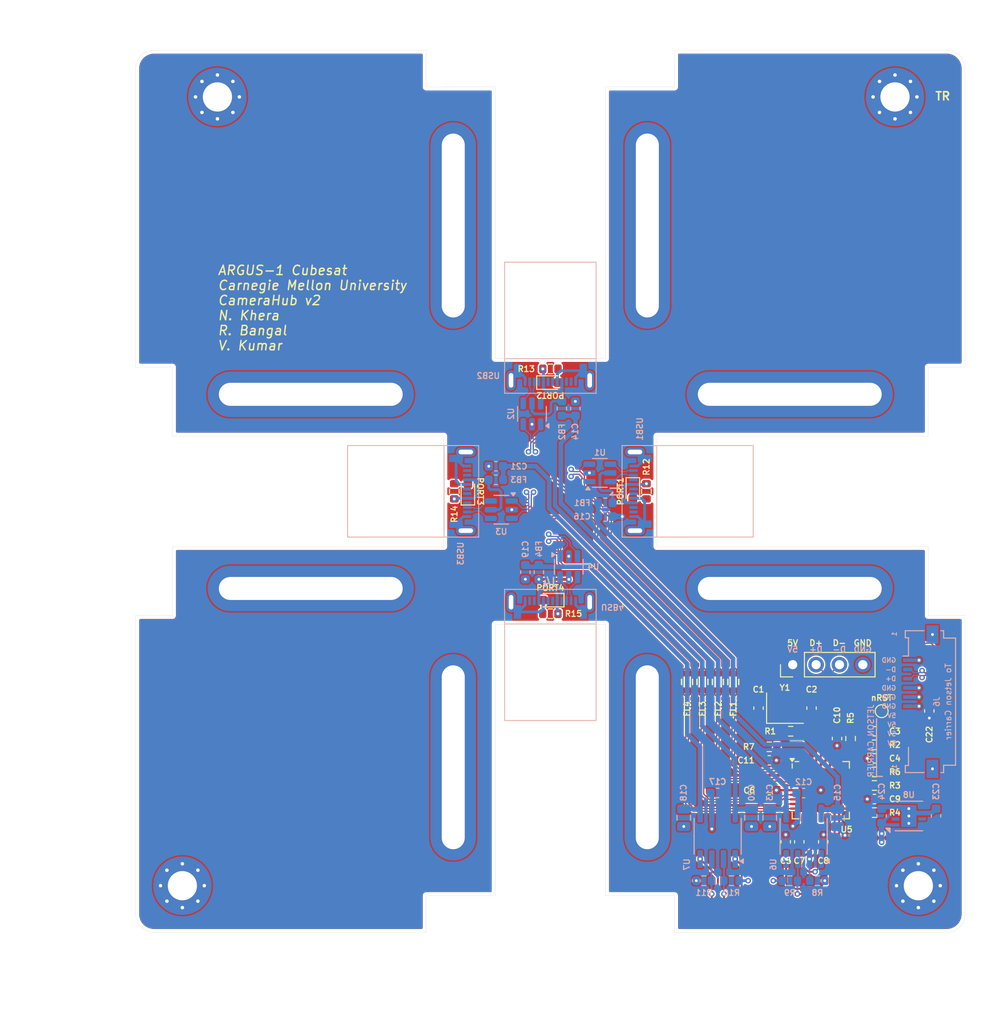
<source format=kicad_pcb>
(kicad_pcb (version 20240108) (generator "pcbnew") (generator_version "8.0")
  (layers (0 "F.Cu" signal) (1 "In1.Cu" signal) (2 "In2.Cu" signal) (31 "B.Cu" signal) (34 "B.Paste" user) (35 "F.Paste" user) (36 "B.SilkS" user "B.Silkscreen") (37 "F.SilkS" user "F.Silkscreen") (38 "B.Mask" user) (39 "F.Mask" user) (44 "Edge.Cuts" user))
  (net 0 "")
  (net 1 "GND")
  (net 2 "Net-(U5-XTALIN{slash}CLKIN)")
  (net 3 "Net-(U5-XTALOUT)")
  (net 4 "/nRST")
  (net 5 "+3.3V")
  (net 6 "+5V")
  (net 7 "/Hub 2/VBUS2")
  (net 8 "/Hub 2/VBUS1")
  (net 9 "/Hub 2/VBUS3")
  (net 10 "/USB_P")
  (net 11 "/USB_N")
  (net 12 "/Hub 2/VBUS4")
  (net 13 "Net-(D1-A)")
  (net 14 "/Hub 2/VBUS_CONN4")
  (net 15 "/Hub 2/HD4_P")
  (net 16 "/Hub 2/HD4_N")
  (net 17 "/Hub 2/FD4_N")
  (net 18 "/Hub 2/FD4_P")
  (net 19 "Net-(D4-A)")
  (net 20 "Net-(D2-A)")
  (net 21 "Net-(D3-A)")
  (net 23 "/Hub 2/VBUS_CONN1")
  (net 24 "/Hub 2/D4_P")
  (net 26 "/Hub 2/VBUS_CONN2")
  (net 27 "/Hub 2/VBUS_CONN3")
  (net 28 "/Hub 2/D4_N")
  (net 29 "/Hub 2/nOCS4")
  (net 30 "/Hub 2/PWR4")
  (net 31 "/Hub 2/FD1_P")
  (net 32 "/Hub 2/FD1_N")
  (net 33 "/Hub 2/HD1_P")
  (net 34 "/Hub 2/HD1_N")
  (net 35 "/Hub 2/HD2_P")
  (net 36 "/Hub 2/HD2_N")
  (net 37 "/Hub 2/FD2_P")
  (net 38 "/Hub 2/FD2_N")
  (net 39 "/Hub 2/FD3_N")
  (net 40 "/Hub 2/HD3_P")
  (net 41 "/Hub 2/FD3_P")
  (net 42 "/Hub 2/HD3_N")
  (net 43 "/Hub 2/D3_N")
  (net 44 "/Hub 2/D3_P")
  (net 47 "Net-(U5-SCL{slash}SMBCLK{slash}CFG_SEL0)")
  (net 48 "Net-(U5-SDA{slash}SMBDATA{slash}NON_REM1)")
  (net 49 "Net-(U5-SUSP_IND{slash}LOCAL_PWR{slash}NON_REM0)")
  (net 50 "/Hub 2/nOCS1")
  (net 51 "/Hub 2/nOCS2")
  (net 52 "/Hub 2/nOCS3")
  (net 53 "/Hub 2/D1_N")
  (net 54 "/Hub 2/D1_P")
  (net 55 "/Hub 2/D2_N")
  (net 56 "/Hub 2/D2_P")
  (net 57 "/Hub 2/PWR2")
  (net 58 "/Hub 2/PWR3")
  (net 59 "/Hub 2/PWR1")
  (net 60 "Net-(U5-HS_IND{slash}CFG_SEL1)")
  (net 61 "Net-(U5-RBIAS)")
  (footprint "Capacitor_SMD:C_0603_1608Metric" (layer "F.Cu") (at 184.1314 125.852408)
    (property "Reference" "C4")
    (property "Value" "4.7uF")
  )
  (footprint "Capacitor_SMD:C_0603_1608Metric" (layer "F.Cu") (at 178.5688 134.920208 -90)
    (property "Reference" "C8")
    (property "Value" "0.1uF")
  )
  (footprint "Resistor_SMD:R_0603_1608Metric" (layer "F.Cu") (at 138.46048 96.82734 90)
    (property "Reference" "R14")
    (property "Value" "330R")
  )
  (footprint "LED_SMD:LED_0603_1608Metric" (layer "F.Cu") (at 148.9016 85.009208)
    (property "Reference" "D2" (hide yes))
    (property "Value" "Green")
  )
  (footprint "Capacitor_SMD:C_0603_1608Metric" (layer "F.Cu") (at 172.7028 126.064534 180)
    (property "Reference" "C11")
    (property "Value" "0.1uF")
  )
  (footprint "Resistor_SMD:R_0603_1608Metric" (layer "F.Cu") (at 184.1314 124.379208 180)
    (property "Reference" "R2")
    (property "Value" "100K")
  )
  (footprint "Resistor_SMD:R_0603_1608Metric" (layer "F.Cu") (at 172.7028 124.591334)
    (property "Reference" "R7")
    (property "Value" "12K")
  )
  (footprint "TestPoint:TestPoint_Pad_D1.0mm" (layer "F.Cu") (at 184.9188 120.721608)
    (property "Reference" "nRST")
    (property "Value" "Conn_01x01")
  )
  (footprint "CameraHub:MountingHole_USB" (layer "F.Cu") (at 159.438592 125.732008 90)
    (property "Reference" "H12" (hide yes))
    (property "Value" "MountingHole_Pad" (hide yes))
  )
  (footprint "Capacitor_SMD:C_0603_1608Metric" (layer "F.Cu") (at 174.489212 134.920208 -90)
    (property "Reference" "C5")
    (property "Value" "1uF")
  )
  (footprint "CameraHub:MountingHole_USB" (layer "F.Cu") (at 122.8539 107.385122 180)
    (property "Reference" "H9" (hide yes))
    (property "Value" "MountingHole_Pad" (hide yes))
  )
  (footprint "Capacitor_SMD:C_0603_1608Metric" (layer "F.Cu") (at 171.530612 120.391408 90)
    (property "Reference" "C1")
    (property "Value" "27pF")
  )
  (footprint "CameraHub:CHIP_230900_WRE" (layer "F.Cu") (at 167.1134 117.546608 90)
    (property "Reference" "FL2")
    (property "Value" "744230900")
  )
  (footprint "CameraHub:MountingHole_USB" (layer "F.Cu") (at 122.8539 86.285342 180)
    (property "Reference" "H5" (hide yes))
    (property "Value" "MountingHole_Pad" (hide yes))
  )
  (footprint "Capacitor_SMD:C_0603_1608Metric" (layer "F.Cu") (at 175.962412 134.920208 -90)
    (property "Reference" "C7")
    (property "Value" "0.1uF")
  )
  (footprint "Capacitor_SMD:C_0603_1608Metric" (layer "F.Cu") (at 177.296412 120.391408 -90)
    (property "Reference" "C2")
    (property "Value" "27pF")
  )
  (footprint "Resistor_SMD:R_0603_1608Metric" (layer "F.Cu") (at 184.1314 127.325608)
    (property "Reference" "R6")
    (property "Value" "36K")
  )
  (footprint "Capacitor_SMD:C_0603_1608Metric" (layer "F.Cu") (at 184.1314 130.272008)
    (property "Reference" "C9")
    (property "Value" "0.1uF")
  )
  (footprint "CameraHub:CHIP_230900_WRE" (layer "F.Cu") (at 168.7898 117.546608 90)
    (property "Reference" "FL1")
    (property "Value" "744230900")
  )
  (footprint "LED_SMD:LED_0603_1608Metric" (layer "F.Cu") (at 157.8678 96.82734 -90)
    (property "Reference" "D1" (hide yes))
    (property "Value" "Green")
  )
  (footprint "Resistor_SMD:R_0603_1608Metric" (layer "F.Cu") (at 181.5406 123.693408 90)
    (property "Reference" "R5")
    (property "Value" "36K")
  )
  (footprint "Capacitor_SMD:C_0603_1608Metric" (layer "F.Cu") (at 190.1004 120.696208 -90)
    (property "Reference" "C22")
    (property "Value" "1uF")
  )
  (footprint "Package_DFN_QFN:QFN-36-1EP_6x6mm_P0.5mm_EP3.7x3.7mm" (layer "F.Cu") (at 178.3002 129.306834)
    (property "Reference" "U5")
    (property "Value" "USB2514B-I/M2")
  )
  (footprint "CameraHub:MountingHole_USB" (layer "F.Cu") (at 174.928592 86.285342)
    (property "Reference" "H6" (hide yes))
    (property "Value" "MountingHole_Pad" (hide yes))
  )
  (footprint "Capacitor_SMD:C_0603_1608Metric" (layer "F.Cu") (at 180.0674 123.693408 90)
    (property "Reference" "C10")
    (property "Value" "0.1uF")
  )
  (footprint "CameraHub:MountingHole_USB" (layer "F.Cu") (at 138.3446 67.939682 -90)
    (property "Reference" "H11" (hide yes))
    (property "Value" "MountingHole_Pad" (hide yes))
  )
  (footprint "Capacitor_SMD:C_0603_1608Metric" (layer "F.Cu") (at 172.7014 129.306834 180)
    (property "Reference" "C6")
    (property "Value" "0.1uF")
  )
  (footprint "Capacitor_SMD:C_0603_1608Metric" (layer "F.Cu") (at 184.1314 122.906008 180)
    (property "Reference" "C3")
    (property "Value" "0.1uF")
  )
  (footprint "Resistor_SMD:R_0603_1608Metric" (layer "F.Cu") (at 148.90242 110.12932 180)
    (property "Reference" "R15")
    (property "Value" "330R")
  )
  (footprint "Resistor_SMD:R_0603_1608Metric" (layer "F.Cu") (at 175.035812 122.906008)
    (property "Reference" "R1")
    (property "Value" "1M")
  )
  (footprint "LED_SMD:LED_0603_1608Metric" (layer "F.Cu") (at 139.9354 96.82734 90)
    (property "Reference" "D3" (hide yes))
    (property "Value" "Green")
  )
  (footprint "Resistor_SMD:R_0603_1608Metric" (layer "F.Cu") (at 184.1314 131.745208)
    (property "Reference" "R4")
    (property "Value" "36K")
  )
  (footprint "Connector_PinHeader_2.54mm:PinHeader_1x04_P2.54mm_Vertical" (layer "F.Cu") (at 175.2514 115.667008 90)
    (property "Reference" "J5" (hide yes))
    (property "Value" "Header 01x04 0.1\"")
  )
  (footprint "CameraHub:MountingHole_USB" (layer "F.Cu") (at 159.445992 67.939682 90)
    (property "Reference" "H10" (hide yes))
    (property "Value" "MountingHole_Pad" (hide yes))
  )
  (footprint "CameraHub:MountingHole_USB" (layer "F.Cu") (at 138.3446 125.732008 -90)
    (property "Reference" "H8" (hide yes))
    (property "Value" "MountingHole_Pad" (hide yes))
  )
  (footprint "CameraHub:CHIP_230900_WRE" (layer "F.Cu") (at 165.437 117.546608 90)
    (property "Reference" "FL3")
    (property "Value" "744230900")
  )
  (footprint "Resistor_SMD:R_0603_1608Metric" (layer "F.Cu") (at 148.90242 83.52536)
    (property "Reference" "R13")
    (property "Value" "330R")
  )
  (footprint "Crystal:Crystal_SMD_3225-4Pin_3.2x2.5mm" (layer "F.Cu") (at 174.408612 120.391408)
    (property "Reference" "Y1")
    (property "Value" "24MHz")
  )
  (footprint "LED_SMD:LED_0603_1608Metric" (layer "F.Cu") (at 148.90242 108.656608 180)
    (property "Reference" "D4" (hide yes))
    (property "Value" "Green")
  )
  (footprint "CameraHub:CHIP_230900_WRE" (layer "F.Cu") (at 163.7606 117.546608 90)
    (property "Reference" "FL4")
    (property "Value" "744230900")
  )
  (footprint "Resistor_SMD:R_0603_1608Metric" (layer "F.Cu") (at 184.1314 128.798808)
    (property "Reference" "R3")
    (property "Value" "36K")
  )
  (footprint "Resistor_SMD:R_0603_1608Metric" (layer "F.Cu") (at 159.34436 96.82734 -90)
    (property "Reference" "R12")
    (property "Value" "330R")
  )
  (footprint "CameraHub:MountingHole_USB" (layer "F.Cu") (at 174.928592 107.385122 180)
    (property "Reference" "H7" (hide yes))
    (property "Value" "MountingHole_Pad" (hide yes))
  )
  (footprint "Capacitor_SMD:C_0805_2012Metric" (layer "B.Cu") (at 163.405 132.304008 -90)
    (property "Reference" "C18")
    (property "Value" "100uF")
  )
  (footprint "CameraHub:MountingHole2" (layer "B.Cu") (at 188.908592 139.689468 -90)
    (property "Reference" "H3" (hide yes))
    (property "Value" "MountingHole_Pad")
  )
  (footprint "Resistor_SMD:R_0603_1608Metric" (layer "B.Cu") (at 174.9366 139.147808)
    (property "Reference" "R9")
    (property "Value" "10K")
  )
  (footprint "Resistor_SMD:R_0603_1608Metric" (layer "B.Cu") (at 168.5866 139.147808 180)
    (property "Reference" "R10")
    (property "Value" "10K")
  )
  (footprint "Package_SO:SOIC-8_3.9x4.9mm_P1.27mm" (layer "B.Cu") (at 167.088 134.321808 90)
    (property "Reference" "U7")
    (property "Value" "MIC2026-1xM")
  )
  (footprint "Capacitor_SMD:C_0603_1608Metric" (layer "B.Cu") (at 146.1838 105.608608 -90)
    (property "Reference" "C19")
    (property "Value" "0.1uF")
  )
  (footprint "CameraHub:MountingHole2" (layer "B.Cu") (at 112.708592 53.964548 -90)
    (property "Reference" "H1" (hide yes))
    (property "Value" "MountingHole_Pad")
  )
  (footprint "CameraHub:USBC-121SMT-4BS2S" (layer "B.Cu") (at 148.90242 108.73232 180)
    (property "Reference" "J4")
    (property "Value" "USB_C_Receptacle_USB2.0_16P")
  )
  (footprint "Package_TO_SOT_SMD:SOT-23-6" (layer "B.Cu") (at 143.5676 98.82734 180)
    (property "Reference" "U3")
    (property "Value" "USBLC6-2P6")
  )
  (footprint "Capacitor_SMD:C_0805_2012Metric" (layer "B.Cu") (at 172.7522 132.304008 -90)
    (property "Reference" "C13")
    (property "Value" "100uF")
  )
  (footprint "CameraHub:USBC-121SMT-4BS2S" (layer "B.Cu") (at 148.90242 84.92236)
    (property "Reference" "J2" (hide yes))
    (property "Value" "USB_C_Receptacle_USB2.0_16P")
  )
  (footprint "CameraHub:MountingHole2" (layer "B.Cu") (at 108.898592 139.689468 -90)
    (property "Reference" "H2" (hide yes))
    (property "Value" "MountingHole_Pad")
  )
  (footprint "Resistor_SMD:R_0603_1608Metric" (layer "B.Cu") (at 177.9338 139.147808 180)
    (property "Reference" "R8")
    (property "Value" "10K")
  )
  (footprint "Package_SON:VSON-8-1EP_3x3mm_P0.65mm_EP1.65x2.4mm" (layer "B.Cu") (at 187.8745 132.114108)
    (property "Reference" "U8")
    (property "Value" "TLV76733QWDRBxQ1")
  )
  (footprint "Inductor_SMD:L_0603_1608Metric" (layer "B.Cu") (at 147.652421 105.608608 -90)
    (property "Reference" "FB4")
    (property "Value" "600R")
  )
  (footprint "Capacitor_SMD:C_0805_2012Metric" (layer "B.Cu") (at 180.1182 132.329408 -90)
    (property "Reference" "C15")
    (property "Value" "100uF")
  )
  (footprint "CameraHub:MountingHole2" (layer "B.Cu") (at 186.368592 53.964548 -90)
    (property "Reference" "H4" (hide yes))
    (property "Value" "MountingHole_Pad")
  )
  (footprint "Capacitor_SMD:C_0603_1608Metric" (layer "B.Cu") (at 190.833575 132.100808 90)
    (property "Reference" "C23")
    (property "Value" "1uF")
  )
  (footprint "Package_TO_SOT_SMD:SOT-23-6" (layer "B.Cu") (at 146.90242 88.403908 90)
    (property "Reference" "U2")
    (property "Value" "USBLC6-2P6")
  )
  (footprint "Inductor_SMD:L_0603_1608Metric" (layer "B.Cu") (at 150.152419 87.825308 90)
    (property "Reference" "FB2")
    (property "Value" "600R")
  )
  (footprint "Capacitor_SMD:C_0603_1608Metric" (layer "B.Cu") (at 184.915374 132.100808 90)
    (property "Reference" "C24")
    (property "Value" "22uF")
  )
  (footprint "Capacitor_SMD:C_0603_1608Metric" (layer "B.Cu") (at 154.8706 99.563408)
    (property "Reference" "C16")
    (property "Value" "0.1uF")
  )
  (footprint "Capacitor_SMD:C_0603_1608Metric" (layer "B.Cu") (at 176.4352 129.622808 180)
    (property "Reference" "C12")
    (property "Value" "0.1uF")
  )
  (footprint "Inductor_SMD:L_0603_1608Metric" (layer "B.Cu") (at 142.9834 95.577341 180)
    (property "Reference" "FB3")
    (property "Value" "600R")
  )
  (footprint "Resistor_SMD:R_0603_1608Metric" (layer "B.Cu") (at 165.5894 139.147808)
    (property "Reference" "R11")
    (property "Value" "10K")
  )
  (footprint "CameraHub:USBC-121SMT-4BS2S" (layer "B.Cu") (at 139.85748 96.82734 90)
    (property "Reference" "J3" (hide yes))
    (property "Value" "USB_C_Receptacle_USB2.0_16P")
  )
  (footprint "Package_TO_SOT_SMD:SOT-23-6" (layer "B.Cu") (at 154.2864 94.82734)
    (property "Reference" "U1")
    (property "Value" "USBLC6-2P6")
  )
  (footprint "Capacitor_SMD:C_0805_2012Metric" (layer "B.Cu") (at 170.771 132.304008 -90)
    (property "Reference" "C20")
    (property "Value" "100uF")
  )
  (footprint "Inductor_SMD:L_0603_1608Metric" (layer "B.Cu") (at 154.8706 98.077339)
    (property "Reference" "FB1")
    (property "Value" "600R")
  )
  (footprint "Capacitor_SMD:C_0603_1608Metric" (layer "B.Cu") (at 151.6194 87.828608 90)
    (property "Reference" "C14")
    (property "Value" "0.1uF")
  )
  (footprint "Package_TO_SOT_SMD:SOT-23-6" (layer "B.Cu") (at 150.90242 105.024408 -90)
    (property "Reference" "U4")
    (property "Value" "USBLC6-2P6")
  )
  (footprint "Connector_FFC-FPC:Molex_200528-0100_1x10-1MP_P1.00mm_Horizontal" (layer "B.Cu") (at 188.65342 119.687168 -90)
    (property "Reference" "J6")
    (property "Value" "200528-0100")
  )
  (footprint "Capacitor_SMD:C_0603_1608Metric" (layer "B.Cu") (at 167.088 129.611608 180)
    (property "Reference" "C17")
    (property "Value" "0.1uF")
  )
  (footprint "Package_SO:SOIC-8_3.9x4.9mm_P1.27mm" (layer "B.Cu") (at 176.4352 134.321808 90)
    (property "Reference" "U6")
    (property "Value" "MIC2026-1xM")
  )
  (footprint "Capacitor_SMD:C_0603_1608Metric" (layer "B.Cu") (at 142.9834 94.102408 180)
    (property "Reference" "C21")
    (property "Value" "0.1uF")
  )
  (footprint "CameraHub:USBC-121SMT-4BS2S" (layer "B.Cu") (at 157.94863 96.82734 -90)
    (property "Reference" "J1")
    (property "Value" "USB_C_Receptacle_USB2.0_16P")
  )
  (gr_line (start 184.36 127.808208) (end 184.995 127.808208) (stroke (width 0.127)) (layer "B.SilkS"))
  (gr_line (start 184.36 121.559808) (end 184.36 127.808208) (stroke (width 0.127)) (layer "B.SilkS"))
  (gr_line (start 107.818592 90.827008) (end 107.818592 83.327008) (stroke (width 0.0254)) (layer "Edge.Cuts"))
  (gr_line (start 105.818592 48.884548) (end 135.403592 48.884548) (stroke (width 0.0254)) (layer "Edge.Cuts"))
  (gr_line (start 135.403592 140.772008) (end 135.403592 144.769548) (stroke (width 0.0254)) (layer "Edge.Cuts"))
  (gr_line (start 193.988592 83.327008) (end 189.986075 83.327008) (stroke (width 0.0254)) (layer "Edge.Cuts"))
  (gr_line (start 162.403592 144.769548) (end 162.403592 140.769491) (stroke (width 0.0254)) (layer "Edge.Cuts"))
  (gr_line (start 191.988592 144.769548) (end 162.403592 144.769548) (stroke (width 0.0254)) (layer "Edge.Cuts"))
  (gr_line (start 103.818592 142.769548) (end 103.818592 110.327008) (stroke (width 0.0254)) (layer "Edge.Cuts"))
  (gr_arc (start 103.818592 50.884548) (mid 104.404375 49.470326) (end 105.818592 48.884548) (stroke (width 0.0254)) (layer "Edge.Cuts"))
  (gr_line (start 107.82111 110.327008) (end 107.818592 102.827008) (stroke (width 0.0254)) (layer "Edge.Cuts"))
  (gr_line (start 160.488592 90.827008) (end 160.488592 102.827008) (stroke (width 0.0254)) (layer "Edge.Cuts"))
  (gr_line (start 135.403592 52.884526) (end 142.903592 52.882008) (stroke (width 0.0254)) (layer "Edge.Cuts"))
  (gr_line (start 103.818592 110.327008) (end 107.82111 110.327008) (stroke (width 0.0254)) (layer "Edge.Cuts"))
  (gr_line (start 160.488592 102.827008) (end 189.988592 102.827008) (stroke (width 0.0254)) (layer "Edge.Cuts"))
  (gr_line (start 107.818592 83.327008) (end 103.818592 83.327008) (stroke (width 0.0254)) (layer "Edge.Cuts"))
  (gr_line (start 107.818592 102.827008) (end 137.3172 102.827008) (stroke (width 0.0254)) (layer "Edge.Cuts"))
  (gr_line (start 154.903592 111.272008) (end 142.903592 111.272008) (stroke (width 0.0254)) (layer "Edge.Cuts"))
  (gr_line (start 137.3172 90.827008) (end 107.818592 90.827008) (stroke (width 0.0254)) (layer "Edge.Cuts"))
  (gr_line (start 142.903592 140.772008) (end 135.403592 140.772008) (stroke (width 0.0254)) (layer "Edge.Cuts"))
  (gr_line (start 162.403592 48.884548) (end 191.988592 48.884548) (stroke (width 0.0254)) (layer "Edge.Cuts"))
  (gr_line (start 142.903592 52.882008) (end 142.903592 82.382008) (stroke (width 0.0254)) (layer "Edge.Cuts"))
  (gr_line (start 189.988592 90.827008) (end 189.986075 83.327008) (stroke (width 0.0254)) (layer "Edge.Cuts"))
  (gr_line (start 189.988592 102.827008) (end 189.988592 110.327008) (stroke (width 0.0254)) (layer "Edge.Cuts"))
  (gr_line (start 154.903592 82.382008) (end 154.903592 52.882008) (stroke (width 0.0254)) (layer "Edge.Cuts"))
  (gr_line (start 135.403592 48.884548) (end 135.403592 52.884526) (stroke (width 0.0254)) (layer "Edge.Cuts"))
  (gr_line (start 189.988592 110.327008) (end 193.988592 110.327008) (stroke (width 0.0254)) (layer "Edge.Cuts"))
  (gr_line (start 193.986052 50.882008) (end 193.986052 83.327008) (stroke (width 0.0254)) (layer "Edge.Cuts"))
  (gr_line (start 137.3172 102.827008) (end 137.3172 90.827008) (stroke (width 0.0254)) (layer "Edge.Cuts"))
  (gr_arc (start 191.988592 48.884548) (mid 193.401012 49.469588) (end 193.986052 50.882008) (stroke (width 0.0254)) (layer "Edge.Cuts"))
  (gr_line (start 135.403592 144.769548) (end 105.818592 144.769548) (stroke (width 0.0254)) (layer "Edge.Cuts"))
  (gr_line (start 193.988592 110.327008) (end 193.988592 142.769564) (stroke (width 0.0254)) (layer "Edge.Cuts"))
  (gr_line (start 103.818592 83.327008) (end 103.818592 50.884548) (stroke (width 0.0254)) (layer "Edge.Cuts"))
  (gr_line (start 142.903592 82.382008) (end 154.903592 82.382008) (stroke (width 0.0254)) (layer "Edge.Cuts"))
  (gr_line (start 154.903592 52.882008) (end 162.403592 52.882008) (stroke (width 0.0254)) (layer "Edge.Cuts"))
  (gr_line (start 142.903592 111.272008) (end 142.903592 140.772008) (stroke (width 0.0254)) (layer "Edge.Cuts"))
  (gr_arc (start 105.818592 144.769548) (mid 104.404378 144.183762) (end 103.818592 142.769548) (stroke (width 0.0254)) (layer "Edge.Cuts"))
  (gr_arc (start 193.988592 142.769564) (mid 193.402802 144.18377) (end 191.988592 144.769548) (stroke (width 0.0254)) (layer "Edge.Cuts"))
  (gr_line (start 189.988592 90.827008) (end 160.488592 90.827008) (stroke (width 0.0254)) (layer "Edge.Cuts"))
  (gr_line (start 162.403592 52.882008) (end 162.403592 48.884548) (stroke (width 0.0254)) (layer "Edge.Cuts"))
  (gr_line (start 162.403592 140.769491) (end 154.903592 140.772008) (stroke (width 0.0254)) (layer "Edge.Cuts"))
  (gr_line (start 154.903592 140.772008) (end 154.903592 111.272008) (stroke (width 0.0254)) (layer "Edge.Cuts"))
  (gr_text "GND" (at 182.8614 114.016008 0) (layer "B.SilkS") (effects (font (size 0.635 0.635) (thickness 0.127) (bold yes)) (justify mirror)))
  (gr_text "USB3" (at 139.143392 102.252408 90) (layer "B.SilkS") (effects (font (size 0.635 0.635) (thickness 0.127)) (justify left mirror)))
  (gr_text "D-" (at 180.3214 114.016008 0) (layer "B.SilkS") (effects (font (size 0.635 0.635) (thickness 0.127) (bold yes)) (justify mirror)))
  (gr_text "GND" (at 186.5444 118.207008 -0) (layer "B.SilkS") (effects (font (size 0.508 0.508) (thickness 0.1016) (bold yes)) (justify left mirror)))
  (gr_text "USB1" (at 158.625192 88.714208 90) (layer "B.SilkS") (effects (font (size 0.635 0.635) (thickness 0.127)) (justify left mirror)))
  (gr_text "5V" (at 186.5444 122.194807 -0) (layer "B.SilkS") (effects (font (size 0.508 0.508) (thickness 0.1016) (bold yes)) (justify left mirror)))
  (gr_text "GND" (at 186.5444 115.184408 -0) (layer "B.SilkS") (effects (font (size 0.508 0.508) (thickness 0.1016) (bold yes)) (justify left mirror)))
  (gr_text "JETSON CARRIER" (at 183.7504 123.947408 90) (layer "B.SilkS") (effects (font (size 0.635 0.635) (thickness 0.1016)) (justify mirror)))
  (gr_text "5V" (at 186.5444 123.185407 -0) (layer "B.SilkS") (effects (font (size 0.508 0.508) (thickness 0.1016) (bold yes)) (justify left mirror)))
  (gr_text "1" (at 186.5952 112.339608 90) (layer "B.SilkS") (effects (font (size 0.508 0.508) (thickness 0.1016) (bold yes)) (justify bottom mirror)))
  (gr_text "USB2" (at 143.4914 84.272608 0) (layer "B.SilkS") (effects (font (size 0.635 0.635) (thickness 0.127)) (justify left mirror)))
  (gr_text "GND" (at 186.5444 120.188208 -0) (layer "B.SilkS") (effects (font (size 0.508 0.508) (thickness 0.1016) (bold yes)) (justify left mirror)))
  (gr_text "To Jetson Carrier" (at 192.1578 119.680208 90) (layer "B.SilkS") (effects (font (size 0.635 0.635) (thickness 0.1016)) (justify mirror)))
  (gr_text "5V" (at 175.2414 114.016008 0) (layer "B.SilkS") (effects (font (size 0.635 0.635) (thickness 0.127) (bold yes)) (justify mirror)))
  (gr_text "5V" (at 186.5444 124.201406 -0) (layer "B.SilkS") (effects (font (size 0.508 0.508) (thickness 0.1016) (bold yes)) (justify left mirror)))
  (gr_text "GND" (at 186.5444 119.197608 -0) (layer "B.SilkS") (effects (font (size 0.508 0.508) (thickness 0.1016) (bold yes)) (justify left mirror)))
  (gr_text "D+" (at 177.7814 114.016008 0) (layer "B.SilkS") (effects (font (size 0.635 0.635) (thickness 0.127) (bold yes)) (justify mirror)))
  (gr_text "5V" (at 186.5444 121.204207 -0) (layer "B.SilkS") (effects (font (size 0.508 0.508) (thickness 0.1016) (bold yes)) (justify left mirror)))
  (gr_text "D+" (at 186.5444 117.191007 -0) (layer "B.SilkS") (effects (font (size 0.508 0.508) (thickness 0.1016) (bold yes)) (justify left mirror)))
  (gr_text "10" (at 186.595201 126.995408 90) (layer "B.SilkS") (effects (font (size 0.508 0.508) (thickness 0.1016) (bold yes)) (justify bottom mirror)))
  (gr_text "D-" (at 186.5444 116.200407 -0) (layer "B.SilkS") (effects (font (size 0.508 0.508) (thickness 0.1016) (bold yes)) (justify left mirror)))
  (gr_text "USB4" (at 154.332592 109.415208 180) (layer "B.SilkS") (effects (font (size 0.635 0.635) (thickness 0.127)) (justify left mirror)))
  (gr_text "D-" (at 180.3214 113.304808 0) (layer "F.SilkS") (effects (font (size 0.635 0.635) (thickness 0.127) (bold yes))))
  (gr_text "TR" (at 190.6592 54.402208 0) (layer "F.SilkS") (effects (font (size 0.889 0.889) (thickness 0.1778) (bold yes)) (justify left bottom)))
  (gr_text "PORT3" (at 141.2816 96.820208 270) (layer "F.SilkS") (effects (font (size 0.635 0.635) (thickness 0.127))))
  (gr_text "PORT4" (at 148.9016 107.310408 0) (layer "F.SilkS") (effects (font (size 0.635 0.635) (thickness 0.127))))
  (gr_text "D+" (at 177.7814 113.304808 0) (layer "F.SilkS") (effects (font (size 0.635 0.635) (thickness 0.127) (bold yes))))
  (gr_text "5V" (at 175.241401 113.304808 0) (layer "F.SilkS") (effects (font (size 0.635 0.635) (thickness 0.127) (bold yes))))
  (gr_text "ARGUS-1 Cubesat\nCarnegie Mellon University\nCameraHub v2\nN. Khera\nR. Bangal\nV. Kumar" (at 112.6812 81.580608 0) (layer "F.SilkS") (effects (font (size 1.016 1.016) (thickness 0.1524) (italic yes)) (justify left bottom)))
  (gr_text "GND" (at 182.8614 113.304808 0) (layer "F.SilkS") (effects (font (size 0.635 0.635) (thickness 0.127) (bold yes))))
  (gr_text "PORT2" (at 148.9016 86.380808 180) (layer "F.SilkS") (effects (font (size 0.635 0.635) (thickness 0.127))))
  (gr_text "PORT1" (at 156.5216 96.820208 90) (layer "F.SilkS") (effects (font (size 0.635 0.635) (thickness 0.127))))
  (via (at 150.90242 103.886908) (size 0.6096) (drill 0.3048) (layers "F.Cu" "B.Cu") (net 1))
  (via (at 142.2084 94.102408) (size 0.6096) (drill 0.3048) (layers "F.Cu" "B.Cu") (net 1))
  (via (at 172.7522 133.254007) (size 0.6096) (drill 0.3048) (layers "F.Cu" "B.Cu") (net 1))
  (via (at 146.90242 89.541408) (size 0.6096) (drill 0.3048) (layers "F.Cu" "B.Cu") (net 1))
  (via (at 190.44342 112.387168) (size 0.6096) (drill 0.3048) (layers "F.Cu" "B.Cu") (net 1))
  (via (at 180.931 134.209008) (size 0.6096) (drill 0.3048) (layers "F.Cu" "B.Cu") (net 1))
  (via (at 151.6194 87.053608) (size 0.6096) (drill 0.3048) (layers "F.Cu" "B.Cu") (net 1))
  (via (at 188.98176 120.187168) (size 0.6096) (drill 0.3048) (layers "F.Cu" "B.Cu") (net 1))
  (via (at 144.7051 98.82734) (size 0.6096) (drill 0.3048) (layers "F.Cu" "B.Cu") (net 1))
  (via (at 170.771 133.254007) (size 0.6096) (drill 0.3048) (layers "F.Cu" "B.Cu") (net 1))
  (via (at 188.9828 118.187168) (size 0.6096) (drill 0.3048) (layers "F.Cu" "B.Cu") (net 1))
  (via (at 153.1489 94.82734) (size 0.6096) (drill 0.3048) (layers "F.Cu" "B.Cu") (net 1))
  (via (at 146.1838 106.383608) (size 0.6096) (drill 0.3048) (layers "F.Cu" "B.Cu") (net 1))
  (via (at 178.3002 129.306834) (size 0.6096) (drill 0.3048) (layers "F.Cu" "B.Cu") (net 1))
  (via (at 156.7248 99.563408) (size 0.6096) (drill 0.3048) (layers "F.Cu" "B.Cu") (net 1))
  (via (at 166.453 133.523208) (size 0.6096) (drill 0.3048) (layers "F.Cu" "B.Cu") (net 1))
  (via (at 187.8745 131.313408) (size 0.6096) (drill 0.3048) (layers "F.Cu" "B.Cu") (net 1))
  (via (at 163.405 133.254007) (size 0.6096) (drill 0.3048) (layers "F.Cu" "B.Cu") (net 1))
  (via (at 175.2668 133.218408) (size 0.6096) (drill 0.3048) (layers "F.Cu" "B.Cu") (net 1))
  (via (at 187.8745 132.114108) (size 0.6096) (drill 0.3048) (layers "F.Cu" "B.Cu") (net 1))
  (via (at 188.9828 119.187168) (size 0.6096) (drill 0.3048) (layers "F.Cu" "B.Cu") (net 1))
  (via (at 187.8745 132.914807) (size 0.6096) (drill 0.3048) (layers "F.Cu" "B.Cu") (net 1))
  (via (at 188.9828 115.184408) (size 0.6096) (drill 0.3048) (layers "F.Cu" "B.Cu") (net 1))
  (via (at 190.44342 126.987168) (size 0.6096) (drill 0.3048) (layers "F.Cu" "B.Cu") (net 1))
  (segment (start 187.8745 132.114108) (end 187.2559 131.495508) (width 0.508) (layer "B.Cu") (net 1))
  (segment (start 187.2559 131.494602) (end 186.900406 131.139108) (width 0.508) (layer "B.Cu") (net 1))
  (segment (start 188.98176 120.187168) (end 187.74342 120.187168) (width 0.4) (layer "B.Cu") (net 1))
  (segment (start 151.65242 84.92236) (end 151.65242 84.468188) (width 0.3048) (layer "B.Cu") (net 1))
  (segment (start 175.8002 131.846808) (end 175.8002 129.762808) (width 0.508) (layer "B.Cu") (net 1))
  (segment (start 151.65242 109.172228) (end 152.405072 109.92488) (width 0.3048) (layer "B.Cu") (net 1))
  (segment (start 146.15242 109.170588) (end 145.390688 109.93232) (width 0.3048) (layer "B.Cu") (net 1))
  (segment (start 145.32742 109.93232) (end 147.879888 109.93232) (width 0.3048) (layer "B.Cu") (net 1))
  (segment (start 139.427732 94.07734) (end 138.65748 93.307088) (width 0.3048) (layer "B.Cu") (net 1))
  (segment (start 188.9828 118.187168) (end 187.74342 118.187168) (width 0.4) (layer "B.Cu") (net 1))
  (segment (start 139.85748 99.57734) (end 139.438868 99.57734) (width 0.3048) (layer "B.Cu") (net 1))
  (segment (start 146.15242 84.495228) (end 145.379552 83.72236) (width 0.3048) (layer "B.Cu") (net 1))
  (segment (start 146.15242 108.73232) (end 146.15242 109.170588) (width 0.3048) (layer "B.Cu") (net 1))
  (segment (start 151.65242 108.73232) (end 151.65242 109.172228) (width 0.3048) (layer "B.Cu") (net 1))
  (segment (start 186.900406 131.139108) (end 186.4245 131.139108) (width 0.508) (layer "B.Cu") (net 1))
  (segment (start 147.879888 109.93232) (end 148.15242 109.659788) (width 0.3048) (layer "B.Cu") (net 1))
  (segment (start 188.9828 119.187168) (end 187.74342 119.187168) (width 0.4) (layer "B.Cu") (net 1))
  (segment (start 166.453 131.835608) (end 166.453 129.751608) (width 0.508) (layer "B.Cu") (net 1))
  (segment (start 139.438868 99.57734) (end 138.65748 100.358728) (width 0.3048) (layer "B.Cu") (net 1))
  (segment (start 151.65242 84.468188) (end 152.398248 83.72236) (width 0.3048) (layer "B.Cu") (net 1))
  (segment (start 149.985248 83.72236) (end 152.47742 83.72236) (width 0.3048) (layer "B.Cu") (net 1))
  (segment (start 148.15242 109.659788) (end 148.15242 108.73232) (width 0.3048) (layer "B.Cu") (net 1))
  (segment (start 139.014732 96.07734) (end 139.85748 96.07734) (width 0.3048) (layer "B.Cu") (net 1))
  (segment (start 166.453 131.835608) (end 166.453 133.523208) (width 0.508) (layer "B.Cu") (net 1))
  (segment (start 159.14863 100.40234) (end 159.14863 97.897838) (width 0.3048) (layer "B.Cu") (net 1))
  (segment (start 155.6456 99.563408) (end 156.7248 99.563408) (width 0.6096) (layer "B.Cu") (net 1))
  (segment (start 158.828132 97.57734) (end 157.94863 97.57734) (width 0.3048) (layer "B.Cu") (net 1))
  (segment (start 190.370275 131.789108) (end 190.833575 131.325808) (width 0.508) (layer "B.Cu") (net 1))
  (segment (start 175.8002 132.685008) (end 175.8002 131.846808) (width 0.508) (layer "B.Cu") (net 1))
  (segment (start 180.931 134.092207) (end 180.931 134.209008) (width 0.508) (layer "B.Cu") (net 1))
  (segment (start 159.14863 100.331189) (end 158.394781 99.57734) (width 0.3048) (layer "B.Cu") (net 1))
  (segment (start 187.74342 115.187168) (end 188.98004 115.187168) (width 0.4) (layer "B.Cu") (net 1))
  (segment (start 149.65242 84.92236) (end 149.65242 84.055188) (width 0.3048) (layer "B.Cu") (net 1))
  (segment (start 149.65242 84.055188) (end 149.985248 83.72236) (width 0.3048) (layer "B.Cu") (net 1))
  (segment (start 157.94863 94.07734) (end 158.400868 94.07734) (width 0.3048) (layer "B.Cu") (net 1))
  (segment (start 180.1182 133.279407) (end 180.931 134.092207) (width 0.508) (layer "B.Cu") (net 1))
  (segment (start 158.400868 94.07734) (end 159.14863 93.329578) (width 0.3048) (layer "B.Cu") (net 1))
  (segment (start 139.85748 94.07734) (end 139.427732 94.07734) (width 0.3048) (layer "B.Cu") (net 1))
  (segment (start 138.65748 95.720088) (end 139.014732 96.07734) (width 0.3048) (layer "B.Cu") (net 1))
  (segment (start 186.4245 131.139108) (end 185.102074 131.139108) (width 0.508) (layer "B.Cu") (net 1))
  (segment (start 188.98004 115.187168) (end 188.9828 115.184408) (width 0.4064) (layer "B.Cu") (net 1))
  (segment (start 175.2668 133.218408) (end 175.8002 132.685008) (width 0.508) (layer "B.Cu") (net 1))
  (segment (start 158.394781 99.57734) (end 157.94863 99.57734) (width 0.3048) (layer "B.Cu") (net 1))
  (segment (start 146.15242 84.92236) (end 146.15242 84.495228) (width 0.3048) (layer "B.Cu") (net 1))
  (segment (start 138.65748 93.25234) (end 138.65748 95.720088) (width 0.3048) (layer "B.Cu") (net 1))
  (segment (start 188.1995 131.789108) (end 190.370275 131.789108) (width 0.508) (layer "B.Cu") (net 1))
  (segment (start 159.14863 97.897838) (end 158.828132 97.57734) (width 0.3048) (layer "B.Cu") (net 1))
  (segment (start 187.2559 131.495508) (end 187.2559 131.494602) (width 0.508) (layer "B.Cu") (net 1))
  (segment (start 175.049012 123.744208) (end 174.210812 122.906008) (width 0.2032) (layer "F.Cu") (net 2))
  (segment (start 174.210812 122.906008) (end 173.308612 122.003808) (width 0.2032) (layer "F.Cu") (net 2))
  (segment (start 176.419612 123.744208) (end 175.049012 123.744208) (width 0.2032) (layer "F.Cu") (net 2))
  (segment (start 177.8002 126.369334) (end 177.8002 125.124796) (width 0.2032) (layer "F.Cu") (net 2))
  (segment (start 173.308612 122.003808) (end 173.308612 121.241408) (width 0.2032) (layer "F.Cu") (net 2))
  (segment (start 177.8002 125.124796) (end 176.419612 123.744208) (width 0.2032) (layer "F.Cu") (net 2))
  (segment (start 173.308612 121.241408) (end 171.605612 121.241408) (width 0.2032) (layer "F.Cu") (net 2))
  (segment (start 178.3002 124.938996) (end 176.267212 122.906008) (width 0.2032) (layer "F.Cu") (net 3))
  (segment (start 174.413012 121.890008) (end 174.413012 120.637008) (width 0.2032) (layer "F.Cu") (net 3))
  (segment (start 174.413012 120.637008) (end 175.508612 119.541408) (width 0.2032) (layer "F.Cu") (net 3))
  (segment (start 175.508612 119.541408) (end 177.221412 119.541408) (width 0.2032) (layer "F.Cu") (net 3))
  (segment (start 176.267212 122.906008) (end 175.860812 122.906008) (width 0.2032) (layer "F.Cu") (net 3))
  (segment (start 175.429012 122.906008) (end 174.413012 121.890008) (width 0.2032) (layer "F.Cu") (net 3))
  (segment (start 178.3002 126.374414) (end 178.3002 124.938996) (width 0.2032) (layer "F.Cu") (net 3))
  (segment (start 175.860812 122.906008) (end 175.429012 122.906008) (width 0.2032) (layer "F.Cu") (net 3))
  (segment (start 182.617212 126.589008) (end 183.8774 126.589008) (width 0.2032) (layer "F.Cu") (net 4))
  (segment (start 184.9064 120.734008) (end 184.9188 120.721608) (width 0.127) (layer "F.Cu") (net 4))
  (segment (start 182.4056 127.410734) (end 182.4056 126.80062) (width 0.2032) (layer "F.Cu") (net 4))
  (segment (start 181.25802 127.806834) (end 182.0095 127.806834) (width 0.2032) (layer "F.Cu") (net 4))
  (segment (start 182.4056 126.80062) (end 182.617212 126.589008) (width 0.2032) (layer "F.Cu") (net 4))
  (segment (start 184.1314 126.335008) (end 184.1314 125.229608) (width 0.2032) (layer "F.Cu") (net 4))
  (segment (start 183.8774 126.589008) (end 184.1314 126.335008) (width 0.2032) (layer "F.Cu") (net 4))
  (segment (start 184.1314 125.229608) (end 184.9564 124.404608) (width 0.2032) (layer "F.Cu") (net 4))
  (segment (start 184.9064 122.906008) (end 184.9064 120.734008) (width 0.127) (layer "F.Cu") (net 4))
  (segment (start 184.9564 124.404608) (end 184.9564 122.981408) (width 0.2032) (layer "F.Cu") (net 4))
  (segment (start 182.0095 127.806834) (end 182.4056 127.410734) (width 0.2032) (layer "F.Cu") (net 4))
  (segment (start 175.3627 129.306834) (end 173.4764 129.306834) (width 0.254) (layer "F.Cu") (net 5))
  (segment (start 175.962412 134.145208) (end 174.489212 134.145208) (width 0.381) (layer "F.Cu") (net 5))
  (segment (start 183.3564 130.272008) (end 182.391226 129.306834) (width 0.254) (layer "F.Cu") (net 5))
  (segment (start 182.0246 127.080534) (end 181.7983 127.306834) (width 0.254) (layer "F.Cu") (net 5))
  (segment (start 181.7983 127.306834) (end 181.2377 127.306834) (width 0.254) (layer "F.Cu") (net 5))
  (segment (start 183.3564 125.852408) (end 183.3564 124.454608) (width 0.381) (layer "F.Cu") (net 5))
  (segment (start 175.962412 134.145208) (end 176.3002 133.80742) (width 0.254) (layer "F.Cu") (net 5))
  (segment (start 182.5312 125.852408) (end 182.0246 126.359008) (width 0.254) (layer "F.Cu") (net 5))
  (segment (start 183.3564 125.852408) (end 182.5312 125.852408) (width 0.254) (layer "F.Cu") (net 5))
  (segment (start 178.8002 133.94902) (end 178.8002 132.244334) (width 0.254) (layer "F.Cu") (net 5))
  (segment (start 176.3002 133.80742) (end 176.3002 132.244334) (width 0.254) (layer "F.Cu") (net 5))
  (segment (start 173.4778 126.064534) (end 173.7826 126.369334) (width 0.254) (layer "F.Cu") (net 5))
  (segment (start 173.7826 126.369334) (end 176.3002 126.369334) (width 0.254) (layer "F.Cu") (net 5))
  (segment (start 182.391226 129.306834) (end 181.2377 129.306834) (width 0.254) (layer "F.Cu") (net 5))
  (segment (start 182.0246 126.359008) (end 182.0246 127.080534) (width 0.254) (layer "F.Cu") (net 5))
  (segment (start 179.8002 124.735608) (end 179.8002 126.369334) (width 0.254) (layer "F.Cu") (net 5))
  (via (at 184.9188 134.971008) (size 0.6096) (drill 0.3048) (layers "F.Cu" "B.Cu") (net 5))
  (via (at 173.4778 126.064534) (size 0.6096) (drill 0.3048) (layers "F.Cu" "B.Cu") (net 5))
  (via (at 173.4764 129.306834) (size 0.6096) (drill 0.3048) (layers "F.Cu" "B.Cu") (net 5))
  (via (at 184.9188 134.031208) (size 0.6096) (drill 0.3048) (layers "F.Cu" "B.Cu") (net 5))
  (via (at 178.7414 139.147808) (size 0.6096) (drill 0.3048) (layers "F.Cu" "B.Cu") (net 5))
  (via (at 164.7644 139.147808) (size 0.6096) (drill 0.3048) (layers "F.Cu" "B.Cu") (net 5))
  (via (at 183.3564 125.852408) (size 0.6096) (drill 0.3048) (layers "F.Cu" "B.Cu") (net 5))
  (via (at 173.1332 139.147808) (size 0.6096) (drill 0.3048) (layers "F.Cu" "B.Cu") (net 5))
  (via (at 174.489212 134.145208) (size 0.6096) (drill 0.3048) (layers "F.Cu" "B.Cu") (net 5))
  (via (at 170.4042 139.147808) (size 0.6096) (drill 0.3048) (layers "F.Cu" "B.Cu") (net 5))
  (via (at 180.0674 124.468408) (size 0.6096) (drill 0.3048) (layers "F.Cu" "B.Cu") (net 5))
  (via (at 178.604012 134.145208) (size 0.6096) (drill 0.3048) (layers "F.Cu" "B.Cu") (net 5))
  (via (at 183.3564 130.272008) (size 0.6096) (drill 0.3048) (layers "F.Cu" "B.Cu") (net 5))
  (segment (start 184.9188 134.971008) (end 184.915374 134.967582) (width 0.6096) (layer "B.Cu") (net 5))
  (segment (start 170.4042 139.147808) (end 169.4116 139.147808) (width 0.3048) (layer "B.Cu") (net 5))
  (segment (start 184.9188 134.031208) (end 184.915374 134.027782) (width 0.6096) (layer "B.Cu") (net 5))
  (segment (start 184.915374 134.027782) (end 184.915374 133.497808) (width 0.6096) (layer "B.Cu") (net 5))
  (segment (start 184.915374 134.967582) (end 184.915374 133.497808) (width 0.6096) (layer "B.Cu") (net 5))
  (segment (start 184.915374 132.875808) (end 184.915374 133.497808) (width 0.6096) (layer "B.Cu") (net 5))
  (segment (start 186.002074 131.789108) (end 184.966174 132.825008) (width 0.3556) (layer "B.Cu") (net 5))
  (segment (start 186.4245 131.789108) (end 186.002074 131.789108) (width 0.3556) (layer "B.Cu") (net 5))
  (segment (start 174.1116 139.147808) (end 173.1332 139.147808) (width 0.3048) (layer "B.Cu") (net 5))
  (segment (start 186.4245 133.089108) (end 185.179474 133.089108) (width 0.3556) (layer "B.Cu") (net 5))
  (via (at 190.1004 121.471208) (size 0.6096) (drill 0.3048) (layers "F.Cu" "B.Cu") (net 6))
  (segment (start 167.1388 115.209808) (end 167.1388 121.610608) (width 0.508) (layer "B.Cu") (net 7))
  (segment (start 151.6194 90.013008) (end 150.0446 91.587808) (width 0.508) (layer "B.Cu") (net 7))
  (segment (start 150.0446 91.587808) (end 150.0446 98.115608) (width 0.508) (layer "B.Cu") (net 7))
  (segment (start 150.0446 98.115608) (end 167.1388 115.209808) (width 0.508) (layer "B.Cu") (net 7))
  (segment (start 174.5302 129.002008) (end 174.5302 131.846808) (width 0.508) (layer "B.Cu") (net 7))
  (segment (start 151.6194 88.603608) (end 151.6194 90.013008) (width 0.508) (layer "B.Cu") (net 7))
  (segment (start 167.1388 121.610608) (end 174.5302 129.002008) (width 0.508) (layer "B.Cu") (net 7))
  (segment (start 151.6194 88.603608) (end 150.16162 88.603608) (width 0.508) (layer "B.Cu") (net 7))
  (segment (start 174.520001 131.354009) (end 172.7522 131.354009) (width 0.508) (layer "B.Cu") (net 7))
  (segment (start 180.1182 127.884408) (end 180.1182 131.379409) (width 0.508) (layer "B.Cu") (net 8))
  (segment (start 172.1934 124.328408) (end 176.5622 124.328408) (width 0.508) (layer "B.Cu") (net 8))
  (segment (start 180.1182 131.379409) (end 178.350399 131.379409) (width 0.508) (layer "B.Cu") (net 8))
  (segment (start 176.5622 124.328408) (end 180.1182 127.884408) (width 0.508) (layer "B.Cu") (net 8))
  (segment (start 154.083099 98.077339) (end 154.083099 100.325307) (width 0.508) (layer "B.Cu") (net 8))
  (segment (start 154.083099 100.325307) (end 168.7644 115.006608) (width 0.508) (layer "B.Cu") (net 8))
  (segment (start 168.7644 115.006608) (end 168.7644 120.899408) (width 0.508) (layer "B.Cu") (net 8))
  (segment (start 168.7644 120.899408) (end 172.1934 124.328408) (width 0.508) (layer "B.Cu") (net 8))
  (segment (start 168.993 125.903208) (end 165.4116 122.321808) (width 0.508) (layer "B.Cu") (net 9))
  (segment (start 148.7746 95.550208) (end 147.3268 94.102408) (width 0.508) (layer "B.Cu") (net 9))
  (segment (start 168.993 131.835608) (end 168.993 125.903208) (width 0.508) (layer "B.Cu") (net 9))
  (segment (start 148.7746 98.674408) (end 148.7746 95.550208) (width 0.508) (layer "B.Cu") (net 9))
  (segment (start 143.770901 95.577341) (end 143.770901 94.114909) (width 0.508) (layer "B.Cu") (net 9))
  (segment (start 147.3268 94.102408) (end 143.7584 94.102408) (width 0.508) (layer "B.Cu") (net 9))
  (segment (start 165.4116 122.321808) (end 165.4116 115.311408) (width 0.508) (layer "B.Cu") (net 9))
  (segment (start 165.4116 115.311408) (end 148.7746 98.674408) (width 0.508) (layer "B.Cu") (net 9))
  (segment (start 170.771 131.354009) (end 169.003199 131.354009) (width 0.508) (layer "B.Cu") (net 9))
  (segment (start 178.909992 117.622808) (end 178.909992 125.640791) (width 0.128016) (layer "F.Cu") (net 10))
  (segment (start 178.909992 114.005016) (end 178.909992 117.622808) (width 0.128016) (layer "F.Cu") (net 10))
  (segment (start 178.909992 117.622808) (end 178.909992 116.7856) (width 0.128016) (layer "F.Cu") (net 10))
  (segment (start 190.306717 116.827377) (end 190.875608 116.258486) (width 0.128016) (layer "F.Cu") (net 10))
  (segment (start 179.572608 113.3424) (end 178.909992 114.005016) (width 0.128016) (layer "F.Cu") (net 10))
  (segment (start 190.30596 113.3424) (end 179.572608 113.3424) (width 0.128016) (layer "F.Cu") (net 10))
  (segment (start 178.909992 116.7856) (end 177.7914 115.667008) (width 0.128016) (layer "F.Cu") (net 10))
  (segment (start 190.875608 116.258486) (end 190.875608 113.912048) (width 0.128016) (layer "F.Cu") (net 10))
  (segment (start 190.875608 113.912048) (end 190.30596 113.3424) (width 0.128016) (layer "F.Cu") (net 10))
  (segment (start 178.8002 125.750583) (end 178.8002 126.369334) (width 0.128016) (layer "F.Cu") (net 10))
  (segment (start 189.313 117.068168) (end 189.553791 116.827377) (width 0.128016) (layer "F.Cu") (net 10))
  (segment (start 178.909992 125.640791) (end 178.8002 125.750583) (width 0.128016) (layer "F.Cu") (net 10))
  (segment (start 189.553791 116.827377) (end 190.306717 116.827377) (width 0.128016) (layer "F.Cu") (net 10))
  (via (at 189.313 117.068168) (size 0.6096) (drill 0.3048) (layers "F.Cu" "B.Cu") (net 10))
  (segment (start 188.381231 116.827377) (end 189.072209 116.827377) (width 0.128016) (layer "B.Cu") (net 10))
  (segment (start 189.072209 116.827377) (end 189.313 117.068168) (width 0.128016) (layer "B.Cu") (net 10))
  (segment (start 188.02144 117.187168) (end 188.381231 116.827377) (width 0.128016) (layer "B.Cu") (net 10))
  (segment (start 190.595192 116.14233) (end 190.595192 114.0282) (width 0.128016) (layer "F.Cu") (net 11))
  (segment (start 189.313 116.306168) (end 189.553791 116.546959) (width 0.128016) (layer "F.Cu") (net 11))
  (segment (start 179.190408 125.640791) (end 179.3002 125.750583) (width 0.128016) (layer "F.Cu") (net 11))
  (segment (start 190.189808 113.622816) (end 179.68876 113.622816) (width 0.128016) (layer "F.Cu") (net 11))
  (segment (start 179.190408 117.343408) (end 179.190408 125.640791) (width 0.128016) (layer "F.Cu") (net 11))
  (segment (start 179.68876 113.622816) (end 179.190408 114.121168) (width 0.128016) (layer "F.Cu") (net 11))
  (segment (start 179.3002 125.750583) (end 179.3002 126.369334) (width 0.128016) (layer "F.Cu") (net 11))
  (segment (start 179.190408 114.121168) (end 179.190408 117.343408) (width 0.128016) (layer "F.Cu") (net 11))
  (segment (start 189.553791 116.546959) (end 190.190563 116.546959) (width 0.128016) (layer "F.Cu") (net 11))
  (segment (start 190.595192 114.0282) (end 190.189808 113.622816) (width 0.128016) (layer "F.Cu") (net 11))
  (segment (start 190.190563 116.546959) (end 190.595192 116.14233) (width 0.128016) (layer "F.Cu") (net 11))
  (segment (start 179.190408 116.807999) (end 180.331399 115.667008) (width 0.128016) (layer "F.Cu") (net 11))
  (segment (start 179.190408 117.343408) (end 179.190408 116.807999) (width 0.128016) (layer "F.Cu") (net 11))
  (via (at 189.313 116.306168) (size 0.6096) (drill 0.3048) (layers "F.Cu" "B.Cu") (net 11))
  (segment (start 189.072209 116.546959) (end 189.313 116.306168) (width 0.128016) (layer "B.Cu") (net 11))
  (segment (start 188.389551 116.546959) (end 189.072209 116.546959) (width 0.128016) (layer "B.Cu") (net 11))
  (segment (start 188.02976 116.187168) (end 188.389551 116.546959) (width 0.128016) (layer "B.Cu") (net 11))
  (segment (start 163.405 131.354009) (end 165.172801 131.354009) (width 0.508) (layer "B.Cu") (net 12))
  (segment (start 163.786 123.210808) (end 165.183 124.607808) (width 0.508) (layer "B.Cu") (net 12))
  (segment (start 146.3746 105.024408) (end 153.2196 105.024408) (width 0.508) (layer "B.Cu") (net 12))
  (segment (start 165.183 124.607808) (end 165.183 131.835608) (width 0.508) (layer "B.Cu") (net 12))
  (segment (start 153.2196 105.024408) (end 163.786 115.590808) (width 0.508) (layer "B.Cu") (net 12))
  (segment (start 163.786 115.590808) (end 163.786 123.210808) (width 0.508) (layer "B.Cu") (net 12))
  (segment (start 159.306861 97.614841) (end 157.8678 97.614841) (width 0.254) (layer "F.Cu") (net 13))
  (segment (start 150.908099 106.396109) (end 147.652421 106.396109) (width 0.3048) (layer "F.Cu") (net 14))
  (segment (start 150.9082 106.396008) (end 150.908099 106.396109) (width 0.3048) (layer "F.Cu") (net 14))
  (via (at 149.72742 110.12932) (size 0.6096) (drill 0.3048) (layers "F.Cu" "B.Cu") (net 14))
  (via (at 147.652421 106.396109) (size 0.6096) (drill 0.3048) (layers "F.Cu" "B.Cu") (net 14))
  (via (at 150.9082 106.396008) (size 0.6096) (drill 0.3048) (layers "F.Cu" "B.Cu") (net 14))
  (segment (start 147.652421 108.73232) (end 147.652421 107.920008) (width 0.3048) (layer "B.Cu") (net 14))
  (segment (start 149.65242 108.73232) (end 149.65242 107.858028) (width 0.3048) (layer "B.Cu") (net 14))
  (segment (start 149.65242 107.858028) (end 149.3842 107.589808) (width 0.3048) (layer "B.Cu") (net 14))
  (segment (start 147.652421 107.920008) (end 147.652421 106.390509) (width 0.3048) (layer "B.Cu") (net 14))
  (segment (start 149.3842 107.589808) (end 147.982621 107.589808) (width 0.3048) (layer "B.Cu") (net 14))
  (segment (start 149.65242 110.05432) (end 149.72742 110.12932) (width 0.3048) (layer "B.Cu") (net 14))
  (segment (start 147.982621 107.589808) (end 147.652421 107.920008) (width 0.3048) (layer "B.Cu") (net 14))
  (segment (start 149.65242 108.73232) (end 149.65242 110.05432) (width 0.3048) (layer "B.Cu") (net 14))
  (segment (start 174.743949 131.306834) (end 174.634157 131.197042) (width 0.128016) (layer "F.Cu") (net 15))
  (segment (start 164.405406 131.592808) (end 163.620392 130.807794) (width 0.128016) (layer "F.Cu") (net 15))
  (segment (start 174.634157 131.197042) (end 174.540078 131.197042) (width 0.128016) (layer "F.Cu") (net 15))
  (segment (start 174.144312 131.592808) (end 164.405406 131.592808) (width 0.128016) (layer "F.Cu") (net 15))
  (segment (start 163.620392 119.115301) (end 163.4106 118.905509) (width 0.128016) (layer "F.Cu") (net 15))
  (segment (start 175.3627 131.306834) (end 174.743949 131.306834) (width 0.128016) (layer "F.Cu") (net 15))
  (segment (start 163.4106 118.905509) (end 163.4106 118.448308) (width 0.128016) (layer "F.Cu") (net 15))
  (segment (start 174.540078 131.197042) (end 174.144312 131.592808) (width 0.128016) (layer "F.Cu") (net 15))
  (segment (start 163.620392 130.807794) (end 163.620392 119.115301) (width 0.128016) (layer "F.Cu") (net 15))
  (segment (start 174.423922 130.916626) (end 174.634157 130.916626) (width 0.128016) (layer "F.Cu") (net 16))
  (segment (start 164.1106 118.905509) (end 163.900808 119.115301) (width 0.128016) (layer "F.Cu") (net 16))
  (segment (start 164.287647 119.989408) (end 164.287647 120.079408) (width 0.128016) (layer "F.Cu") (net 16))
  (segment (start 164.521558 131.312392) (end 174.028156 131.312392) (width 0.128016) (layer "F.Cu") (net 16))
  (segment (start 163.900808 119.115301) (end 163.900808 119.629408) (width 0.128016) (layer "F.Cu") (net 16))
  (segment (start 174.743949 130.806834) (end 175.3627 130.806834) (width 0.128016) (layer "F.Cu") (net 16))
  (segment (start 164.107647 120.259408) (end 164.080808 120.259408) (width 0.128016) (layer "F.Cu") (net 16))
  (segment (start 163.900808 120.439408) (end 163.900808 120.529408) (width 0.128016) (layer "F.Cu") (net 16))
  (segment (start 174.028156 131.312392) (end 174.423922 130.916626) (width 0.128016) (layer "F.Cu") (net 16))
  (segment (start 163.900808 120.529408) (end 163.900808 121.026408) (width 0.128016) (layer "F.Cu") (net 16))
  (segment (start 163.900808 121.026408) (end 163.900808 130.691642) (width 0.128016) (layer "F.Cu") (net 16))
  (segment (start 164.1106 118.448308) (end 164.1106 118.905509) (width 0.128016) (layer "F.Cu") (net 16))
  (segment (start 174.634157 130.916626) (end 174.743949 130.806834) (width 0.128016) (layer "F.Cu") (net 16))
  (segment (start 163.900808 130.691642) (end 164.521558 131.312392) (width 0.128016) (layer "F.Cu") (net 16))
  (segment (start 164.080808 119.809408) (end 164.107647 119.809408) (width 0.128016) (layer "F.Cu") (net 16))
  (arc (start 163.900808 119.629408) (mid 163.953529 119.756687) (end 164.080808 119.809408) (width 0.128016) (layer "F.Cu") (net 16))
  (arc (start 164.107647 119.809408) (mid 164.234926 119.862129) (end 164.287647 119.989408) (width 0.128016) (layer "F.Cu") (net 16))
  (arc (start 164.287647 120.079408) (mid 164.234926 120.206687) (end 164.107647 120.259408) (width 0.128016) (layer "F.Cu") (net 16))
  (arc (start 164.080808 120.259408) (mid 163.953529 120.312129) (end 163.900808 120.439408) (width 0.128016) (layer "F.Cu") (net 16))
  (segment (start 163.900808 115.53273) (end 153.252278 104.8842) (width 0.128016) (layer "F.Cu") (net 17))
  (segment (start 149.620077 101.734599) (end 148.957374 101.734599) (width 0.128016) (layer "F.Cu") (net 17))
  (segment (start 150.382078 104.8842) (end 150.032408 104.53453) (width 0.128016) (layer "F.Cu") (net 17))
  (segment (start 164.1106 116.187707) (end 163.900808 115.977915) (width 0.128016) (layer "F.Cu") (net 17))
  (segment (start 153.252278 104.8842) (end 150.382078 104.8842) (width 0.128016) (layer "F.Cu") (net 17))
  (segment (start 164.1106 116.644908) (end 164.1106 116.187707) (width 0.128016) (layer "F.Cu") (net 17))
  (segment (start 148.957374 101.734599) (end 148.716583 101.493808) (width 0.128016) (layer "F.Cu") (net 17))
  (segment (start 163.900808 115.977915) (end 163.900808 115.53273) (width 0.128016) (layer "F.Cu") (net 17))
  (segment (start 150.032408 104.53453) (end 150.032408 102.14693) (width 0.128016) (layer "F.Cu") (net 17))
  (segment (start 150.032408 102.14693) (end 149.620077 101.734599) (width 0.128016) (layer "F.Cu") (net 17))
  (via (at 148.716583 101.493808) (size 0.6096) (drill 0.3048) (layers "F.Cu" "B.Cu") (net 17))
  (segment (start 150.458278 101.7346) (end 149.4096 101.7346) (width 0.128016) (layer "B.Cu") (net 17))
  (segment (start 151.042628 102.714617) (end 151.042628 102.459008) (width 0.128016) (layer "B.Cu") (net 17))
  (segment (start 151.042629 102.318951) (end 150.458278 101.7346) (width 0.128016) (layer "B.Cu") (net 17))
  (segment (start 149.4096 101.7346) (end 149.409599 101.734599) (width 0.128016) (layer "B.Cu") (net 17))
  (segment (start 151.042628 102.459008) (end 151.042629 102.459007) (width 0.128016) (layer "B.Cu") (net 17))
  (segment (start 151.042629 102.459007) (end 151.042629 102.318951) (width 0.128016) (layer "B.Cu") (net 17))
  (segment (start 148.957374 101.734599) (end 148.716583 101.493808) (width 0.128016) (layer "B.Cu") (net 17))
  (segment (start 151.852419 103.524408) (end 151.042628 102.714617) (width 0.128016) (layer "B.Cu") (net 17))
  (segment (start 149.409599 101.734599) (end 148.957374 101.734599) (width 0.128016) (layer "B.Cu") (net 17))
  (segment (start 149.751992 102.263086) (end 149.751992 102.636808) (width 0.128016) (layer "F.Cu") (net 18))
  (segment (start 149.751992 103.141556) (end 149.751992 103.19764) (width 0.128016) (layer "F.Cu") (net 18))
  (segment (start 149.751992 103.702388) (end 149.751992 103.758472) (width 0.128016) (layer "F.Cu") (net 18))
  (segment (start 148.716583 102.255808) (end 148.957374 102.015017) (width 0.128016) (layer "F.Cu") (net 18))
  (segment (start 149.751992 104.650686) (end 150.265922 105.164616) (width 0.128016) (layer "F.Cu") (net 18))
  (segment (start 149.423386 102.86114) (end 149.423386 102.917224) (width 0.128016) (layer "F.Cu") (net 18))
  (segment (start 149.423386 103.421972) (end 149.423386 103.478056) (width 0.128016) (layer "F.Cu") (net 18))
  (segment (start 149.503923 102.015017) (end 149.751992 102.263086) (width 0.128016) (layer "F.Cu") (net 18))
  (segment (start 149.535552 103.02939) (end 149.639826 103.02939) (width 0.128016) (layer "F.Cu") (net 18))
  (segment (start 149.751992 103.840172) (end 149.751992 104.650686) (width 0.128016) (layer "F.Cu") (net 18))
  (segment (start 153.136122 105.164616) (end 163.620392 115.648886) (width 0.128016) (layer "F.Cu") (net 18))
  (segment (start 149.535552 103.590222) (end 149.639826 103.590222) (width 0.128016) (layer "F.Cu") (net 18))
  (segment (start 150.265922 105.164616) (end 153.136122 105.164616) (width 0.128016) (layer "F.Cu") (net 18))
  (segment (start 163.620392 115.648886) (end 163.620392 115.977915) (width 0.128016) (layer "F.Cu") (net 18))
  (segment (start 148.957374 102.015017) (end 149.503923 102.015017) (width 0.128016) (layer "F.Cu") (net 18))
  (segment (start 149.751992 103.758472) (end 149.751992 103.840172) (width 0.128016) (layer "F.Cu") (net 18))
  (segment (start 149.639826 103.309806) (end 149.535552 103.309806) (width 0.128016) (layer "F.Cu") (net 18))
  (segment (start 163.4106 116.187707) (end 163.4106 116.644908) (width 0.128016) (layer "F.Cu") (net 18))
  (segment (start 149.639826 102.748974) (end 149.535552 102.748974) (width 0.128016) (layer "F.Cu") (net 18))
  (segment (start 163.620392 115.977915) (end 163.4106 116.187707) (width 0.128016) (layer "F.Cu") (net 18))
  (via (at 148.716583 102.255808) (size 0.6096) (drill 0.3048) (layers "F.Cu" "B.Cu") (net 18))
  (arc (start 149.535552 102.748974) (mid 149.456239 102.781827) (end 149.423386 102.86114) (width 0.128016) (layer "F.Cu") (net 18))
  (arc (start 149.751992 102.636808) (mid 149.719139 102.716121) (end 149.639826 102.748974) (width 0.128016) (layer "F.Cu") (net 18))
  (arc (start 149.535552 103.309806) (mid 149.456239 103.342659) (end 149.423386 103.421972) (width 0.128016) (layer "F.Cu") (net 18))
  (arc (start 149.423386 103.478056) (mid 149.456239 103.557369) (end 149.535552 103.590222) (width 0.128016) (layer "F.Cu") (net 18))
  (arc (start 149.639826 103.02939) (mid 149.719139 103.062243) (end 149.751992 103.141556) (width 0.128016) (layer "F.Cu") (net 18))
  (arc (start 149.639826 103.590222) (mid 149.719139 103.623075) (end 149.751992 103.702388) (width 0.128016) (layer "F.Cu") (net 18))
  (arc (start 149.423386 102.917224) (mid 149.456239 102.996537) (end 149.535552 103.02939) (width 0.128016) (layer "F.Cu") (net 18))
  (arc (start 149.751992 103.19764) (mid 149.719139 103.276953) (end 149.639826 103.309806) (width 0.128016) (layer "F.Cu") (net 18))
  (segment (start 150.762212 102.459008) (end 150.762211 102.459007) (width 0.128016) (layer "B.Cu") (net 18))
  (segment (start 150.762212 102.714617) (end 150.762212 102.459008) (width 0.128016) (layer "B.Cu") (net 18))
  (segment (start 150.762211 102.435105) (end 150.342122 102.015016) (width 0.128016) (layer "B.Cu") (net 18))
  (segment (start 149.952421 103.524408) (end 150.762212 102.714617) (width 0.128016) (layer "B.Cu") (net 18))
  (segment (start 149.409599 102.015017) (end 148.957374 102.015017) (width 0.128016) (layer "B.Cu") (net 18))
  (segment (start 148.957374 102.015017) (end 148.716583 102.255808) (width 0.128016) (layer "B.Cu") (net 18))
  (segment (start 149.4096 102.015016) (end 149.409599 102.015017) (width 0.128016) (layer "B.Cu") (net 18))
  (segment (start 150.342122 102.015016) (end 149.4096 102.015016) (width 0.128016) (layer "B.Cu") (net 18))
  (segment (start 150.762211 102.459007) (end 150.762211 102.435105) (width 0.128016) (layer "B.Cu") (net 18))
  (segment (start 148.07742 108.652117) (end 148.07742 110.12932) (width 0.254) (layer "F.Cu") (net 19))
  (segment (start 149.689101 83.563679) (end 149.689101 84.983808) (width 0.254) (layer "F.Cu") (net 20))
  (segment (start 139.9354 96.039839) (end 138.497979 96.039839) (width 0.254) (layer "F.Cu") (net 21))
  (via (at 159.34436 96.00234) (size 0.6096) (drill 0.3048) (layers "F.Cu" "B.Cu") (net 23))
  (segment (start 154.501268 94.82734) (end 155.4239 94.82734) (width 0.3048) (layer "B.Cu") (net 23))
  (segment (start 157.94863 96.07734) (end 159.26936 96.07734) (width 0.3048) (layer "B.Cu") (net 23))
  (segment (start 154.2864 95.042208) (end 154.501268 94.82734) (width 0.3048) (layer "B.Cu") (net 23))
  (segment (start 157.94863 98.077339) (end 157.219931 98.077339) (width 0.3048) (layer "B.Cu") (net 23))
  (segment (start 156.8264 97.683808) (end 156.8264 96.363008) (width 0.3048) (layer "B.Cu") (net 23))
  (segment (start 155.658101 96.972709) (end 155.4548 96.769408) (width 0.3048) (layer "B.Cu") (net 23))
  (segment (start 157.112068 96.07734) (end 157.94863 96.07734) (width 0.3048) (layer "B.Cu") (net 23))
  (segment (start 157.94863 98.077339) (end 155.658101 98.077339) (width 0.3048) (layer "B.Cu") (net 23))
  (segment (start 156.8264 96.363008) (end 157.112068 96.07734) (width 0.3048) (layer "B.Cu") (net 23))
  (segment (start 157.219931 98.077339) (end 156.8264 97.683808) (width 0.3048) (layer "B.Cu") (net 23))
  (segment (start 154.2864 96.591608) (end 154.2864 95.042208) (width 0.3048) (layer "B.Cu") (net 23))
  (segment (start 155.658101 98.077339) (end 155.658101 96.972709) (width 0.3048) (layer "B.Cu") (net 23))
  (segment (start 159.26936 96.07734) (end 159.34436 96.00234) (width 0.3048) (layer "B.Cu") (net 23))
  (segment (start 154.4642 96.769408) (end 154.2864 96.591608) (width 0.3048) (layer "B.Cu") (net 23))
  (segment (start 155.4548 96.769408) (end 154.4642 96.769408) (width 0.3048) (layer "B.Cu") (net 23))
  (segment (start 150.762212 107.334199) (end 150.762212 107.947527) (width 0.128016) (layer "B.Cu") (net 24))
  (segment (start 150.65242 108.057319) (end 150.65242 108.73232) (width 0.128016) (layer "B.Cu") (net 24))
  (segment (start 150.762212 107.947527) (end 150.65242 108.057319) (width 0.128016) (layer "B.Cu") (net 24))
  (segment (start 149.952421 106.524408) (end 150.762212 107.334199) (width 0.128016) (layer "B.Cu") (net 24))
  (via (at 148.07742 83.52536) (size 0.6096) (drill 0.3048) (layers "F.Cu" "B.Cu") (net 26))
  (segment (start 148.9778 87.244408) (end 148.9778 88.158808) (width 0.3048) (layer "B.Cu") (net 26))
  (segment (start 150.152419 85.587189) (end 149.7906 85.949008) (width 0.3048) (layer "B.Cu") (net 26))
  (segment (start 149.7906 85.949008) (end 148.4698 85.949008) (width 0.3048) (layer "B.Cu") (net 26))
  (segment (start 148.4698 85.949008) (end 148.15242 85.631628) (width 0.3048) (layer "B.Cu") (net 26))
  (segment (start 149.184401 87.037807) (end 148.9778 87.244408) (width 0.3048) (layer "B.Cu") (net 26))
  (segment (start 148.7238 88.412808) (end 147.1744 88.412808) (width 0.3048) (layer "B.Cu") (net 26))
  (segment (start 148.9778 88.158808) (end 148.7238 88.412808) (width 0.3048) (layer "B.Cu") (net 26))
  (segment (start 150.152419 84.92236) (end 150.152419 87.037807) (width 0.3048) (layer "B.Cu") (net 26))
  (segment (start 148.15242 83.60036) (end 148.07742 83.52536) (width 0.3048) (layer "B.Cu") (net 26))
  (segment (start 147.1744 88.412808) (end 146.90242 88.140828) (width 0.3048) (layer "B.Cu") (net 26))
  (segment (start 150.152419 84.92236) (end 150.152419 85.587189) (width 0.3048) (layer "B.Cu") (net 26))
  (segment (start 146.90242 88.140828) (end 146.90242 87.266408) (width 0.3048) (layer "B.Cu") (net 26))
  (segment (start 148.15242 85.631628) (end 148.15242 84.92236) (width 0.3048) (layer "B.Cu") (net 26))
  (segment (start 148.15242 84.92236) (end 148.15242 83.60036) (width 0.3048) (layer "B.Cu") (net 26))
  (segment (start 150.152419 87.037807) (end 149.184401 87.037807) (width 0.3048) (layer "B.Cu") (net 26))
  (via (at 138.46048 97.65234) (size 0.6096) (drill 0.3048) (layers "F.Cu" "B.Cu") (net 27))
  (segment (start 143.313068 98.82734) (end 142.4301 98.82734) (width 0.3048) (layer "B.Cu") (net 27))
  (segment (start 140.926 95.958341) (end 140.545 95.577341) (width 0.3048) (layer "B.Cu") (net 27))
  (segment (start 139.85748 97.57734) (end 140.628502 97.57734) (width 0.3048) (layer "B.Cu") (net 27))
  (segment (start 143.5422 98.598208) (end 143.313068 98.82734) (width 0.3048) (layer "B.Cu") (net 27))
  (segment (start 140.926 97.279842) (end 140.926 95.958341) (width 0.3048) (layer "B.Cu") (net 27))
  (segment (start 142.195899 95.577341) (end 142.195899 96.439107) (width 0.3048) (layer "B.Cu") (net 27))
  (segment (start 140.6466 95.577341) (end 142.195899 95.577341) (width 0.3048) (layer "B.Cu") (net 27))
  (segment (start 138.53548 97.57734) (end 138.46048 97.65234) (width 0.3048) (layer "B.Cu") (net 27))
  (segment (start 139.85748 97.57734) (end 138.53548 97.57734) (width 0.3048) (layer "B.Cu") (net 27))
  (segment (start 143.5422 96.896408) (end 143.5422 98.598208) (width 0.3048) (layer "B.Cu") (net 27))
  (segment (start 142.195899 96.439107) (end 142.3992 96.642408) (width 0.3048) (layer "B.Cu") (net 27))
  (segment (start 142.3992 96.642408) (end 143.2882 96.642408) (width 0.3048) (layer "B.Cu") (net 27))
  (segment (start 143.2882 96.642408) (end 143.5422 96.896408) (width 0.3048) (layer "B.Cu") (net 27))
  (segment (start 139.85748 95.577341) (end 140.6466 95.577341) (width 0.3048) (layer "B.Cu") (net 27))
  (segment (start 140.628502 97.57734) (end 140.926 97.279842) (width 0.3048) (layer "B.Cu") (net 27))
  (segment (start 151.042628 107.947527) (end 151.15242 108.057319) (width 0.128016) (layer "B.Cu") (net 28))
  (segment (start 151.042628 107.334199) (end 151.042628 107.947527) (width 0.128016) (layer "B.Cu") (net 28))
  (segment (start 151.852419 106.524408) (end 151.042628 107.334199) (width 0.128016) (layer "B.Cu") (net 28))
  (segment (start 151.15242 108.057319) (end 151.15242 108.73232) (width 0.128016) (layer "B.Cu") (net 28))
  (segment (start 182.201 130.500608) (end 182.007226 130.306834) (width 0.2032) (layer "F.Cu") (net 29))
  (segment (start 180.9564 143.429208) (end 182.6328 141.752808) (width 0.2032) (layer "F.Cu") (net 29))
  (segment (start 166.453 141.930608) (end 167.9516 143.429208) (width 0.2032) (layer "F.Cu") (net 29))
  (segment (start 182.007226 130.306834) (end 181.2377 130.306834) (width 0.2032) (layer "F.Cu") (net 29))
  (segment (start 166.453 140.584408) (end 166.453 141.930608) (width 0.2032) (layer "F.Cu") (net 29))
  (segment (start 182.6328 131.248976) (end 182.201 130.817176) (width 0.2032) (layer "F.Cu") (net 29))
  (segment (start 167.9516 143.429208) (end 180.9564 143.429208) (width 0.2032) (layer "F.Cu") (net 29))
  (segment (start 182.6328 141.752808) (end 182.6328 131.248976) (width 0.2032) (layer "F.Cu") (net 29))
  (segment (start 182.201 130.817176) (end 182.201 130.500608) (width 0.2032) (layer "F.Cu") (net 29))
  (via (at 166.453 140.584408) (size 0.6096) (drill 0.3048) (layers "F.Cu" "B.Cu") (net 29))
  (segment (start 166.453 140.584408) (end 166.4144 140.545808) (width 0.2032) (layer "B.Cu") (net 29))
  (segment (start 166.4144 140.545808) (end 166.4144 136.824208) (width 0.2032) (layer "B.Cu") (net 29))
  (segment (start 182.0994 131.288008) (end 181.618226 130.806834) (width 0.2032) (layer "F.Cu") (net 30))
  (segment (start 168.2056 142.895808) (end 180.677 142.895808) (width 0.2032) (layer "F.Cu") (net 30))
  (segment (start 167.1134 138.716008) (end 167.1134 141.803608) (width 0.2032) (layer "F.Cu") (net 30))
  (segment (start 167.1134 141.803608) (end 168.2056 142.895808) (width 0.2032) (layer "F.Cu") (net 30))
  (segment (start 180.677 142.895808) (end 182.0994 141.473408) (width 0.2032) (layer "F.Cu") (net 30))
  (segment (start 182.0994 141.473408) (end 182.0994 131.288008) (width 0.2032) (layer "F.Cu") (net 30))
  (segment (start 181.618226 130.806834) (end 181.2377 130.806834) (width 0.2032) (layer "F.Cu") (net 30))
  (segment (start 165.183 136.785608) (end 167.1134 138.716008) (width 0.2032) (layer "F.Cu") (net 30))
  (via (at 165.183 136.785608) (size 0.6096) (drill 0.3048) (layers "F.Cu" "B.Cu") (net 30))
  (segment (start 152.104903 95.964008) (end 152.177392 95.964008) (width 0.128016) (layer "F.Cu") (net 31))
  (segment (start 151.964903 95.754008) (end 151.964903 95.824008) (width 0.128016) (layer "F.Cu") (net 31))
  (segment (start 152.317392 96.174008) (end 152.317392 96.439208) (width 0.128016) (layer "F.Cu") (net 31))
  (segment (start 167.928657 114.369151) (end 161.438957 107.879451) (width 0.128016) (layer "F.Cu") (net 31))
  (segment (start 155.238392 101.678886) (end 167.928657 114.369151) (width 0.128016) (layer "F.Cu") (net 31))
  (segment (start 152.177392 95.614008) (end 152.104903 95.614008) (width 0.128016) (layer "F.Cu") (net 31))
  (segment (start 168.649592 115.977915) (end 168.4398 116.187707) (width 0.128016) (layer "F.Cu") (net 31))
  (segment (start 152.317392 96.649686) (end 155.238392 99.570686) (width 0.128016) (layer "F.Cu") (net 31))
  (segment (start 151.848 94.967548) (end 152.044962 94.967548) (width 0.128016) (layer "F.Cu") (net 31))
  (segment (start 168.4398 116.187707) (end 168.4398 116.644908) (width 0.128016) (layer "F.Cu") (net 31))
  (segment (start 155.238392 99.570686) (end 155.238392 101.678886) (width 0.128016) (layer "F.Cu") (net 31))
  (segment (start 151.162639 95.20834) (end 151.40343 94.967549) (width 0.128016) (layer "F.Cu") (net 31))
  (segment (start 168.649592 115.090086) (end 168.649592 115.977915) (width 0.128016) (layer "F.Cu") (net 31))
  (segment (start 152.317392 96.439208) (end 152.317392 96.649686) (width 0.128016) (layer "F.Cu") (net 31))
  (segment (start 152.317392 95.239978) (end 152.317392 95.474008) (width 0.128016) (layer "F.Cu") (net 31))
  (segment (start 151.847999 94.967549) (end 151.848 94.967548) (width 0.128016) (layer "F.Cu") (net 31))
  (segment (start 152.317392 96.104008) (end 152.317392 96.174008) (width 0.128016) (layer "F.Cu") (net 31))
  (segment (start 151.40343 94.967549) (end 151.847999 94.967549) (width 0.128016) (layer "F.Cu") (net 31))
  (segment (start 161.438957 107.879451) (end 168.649592 115.090086) (width 0.128016) (layer "F.Cu") (net 31))
  (segment (start 152.044962 94.967548) (end 152.317392 95.239978) (width 0.128016) (layer "F.Cu") (net 31))
  (via (at 151.162639 95.20834) (size 0.6096) (drill 0.3048) (layers "F.Cu" "B.Cu") (net 31))
  (arc (start 152.177392 95.964008) (mid 152.276387 96.005013) (end 152.317392 96.104008) (width 0.128016) (layer "F.Cu") (net 31))
  (arc (start 152.317392 95.474008) (mid 152.276387 95.573003) (end 152.177392 95.614008) (width 0.128016) (layer "F.Cu") (net 31))
  (arc (start 152.104903 95.614008) (mid 152.005908 95.655013) (end 151.964903 95.754008) (width 0.128016) (layer "F.Cu") (net 31))
  (arc (start 151.964903 95.824008) (mid 152.005908 95.923003) (end 152.104903 95.964008) (width 0.128016) (layer "F.Cu") (net 31))
  (segment (start 151.976609 94.967548) (end 151.848 94.967548) (width 0.128016) (layer "B.Cu") (net 31))
  (segment (start 151.847999 94.967549) (end 151.40343 94.967549) (width 0.128016) (layer "B.Cu") (net 31))
  (segment (start 151.40343 94.967549) (end 151.162639 95.20834) (width 0.128016) (layer "B.Cu") (net 31))
  (segment (start 151.848 94.967548) (end 151.847999 94.967549) (width 0.128016) (layer "B.Cu") (net 31))
  (segment (start 152.7864 95.777339) (end 151.976609 94.967548) (width 0.128016) (layer "B.Cu") (net 31))
  (segment (start 151.40343 94.687131) (end 151.162639 94.44634) (width 0.128016) (layer "F.Cu") (net 32))
  (segment (start 169.1398 116.187707) (end 168.930008 115.977915) (width 0.128016) (layer "F.Cu") (net 32))
  (segment (start 152.161118 94.687132) (end 151.848 94.687132) (width 0.128016) (layer "F.Cu") (net 32))
  (segment (start 168.930008 114.97393) (end 161.637243 107.681165) (width 0.128016) (layer "F.Cu") (net 32))
  (segment (start 152.597808 95.123822) (end 152.161118 94.687132) (width 0.128016) (layer "F.Cu") (net 32))
  (segment (start 169.1398 116.644908) (end 169.1398 116.187707) (width 0.128016) (layer "F.Cu") (net 32))
  (segment (start 151.848 94.687132) (end 151.847999 94.687131) (width 0.128016) (layer "F.Cu") (net 32))
  (segment (start 155.518808 101.56273) (end 155.518808 99.45453) (width 0.128016) (layer "F.Cu") (net 32))
  (segment (start 152.597808 96.53353) (end 152.597808 95.123822) (width 0.128016) (layer "F.Cu") (net 32))
  (segment (start 168.126943 114.170865) (end 155.518808 101.56273) (width 0.128016) (layer "F.Cu") (net 32))
  (segment (start 168.930008 115.977915) (end 168.930008 114.97393) (width 0.128016) (layer "F.Cu") (net 32))
  (segment (start 155.518808 99.45453) (end 152.597808 96.53353) (width 0.128016) (layer "F.Cu") (net 32))
  (segment (start 161.637243 107.681165) (end 168.126943 114.170865) (width 0.128016) (layer "F.Cu") (net 32))
  (segment (start 151.847999 94.687131) (end 151.40343 94.687131) (width 0.128016) (layer "F.Cu") (net 32))
  (via (at 151.162639 94.44634) (size 0.6096) (drill 0.3048) (layers "F.Cu" "B.Cu") (net 32))
  (segment (start 151.848 94.687132) (end 151.847999 94.687131) (width 0.128016) (layer "B.Cu") (net 32))
  (segment (start 151.40343 94.687131) (end 151.162639 94.44634) (width 0.128016) (layer "B.Cu") (net 32))
  (segment (start 151.847999 94.687131) (end 151.40343 94.687131) (width 0.128016) (layer "B.Cu") (net 32))
  (segment (start 151.976609 94.687132) (end 151.848 94.687132) (width 0.128016) (layer "B.Cu") (net 32))
  (segment (start 152.7864 93.877341) (end 151.976609 94.687132) (width 0.128016) (layer "B.Cu") (net 32))
  (segment (start 174.634157 127.697042) (end 174.373122 127.697042) (width 0.128016) (layer "F.Cu") (net 33))
  (segment (start 174.743949 127.806834) (end 174.634157 127.697042) (width 0.128016) (layer "F.Cu") (net 33))
  (segment (start 168.4398 118.905509) (end 168.4398 118.448308) (width 0.128016) (layer "F.Cu") (net 33))
  (segment (start 168.649592 126.616794) (end 168.649592 119.115301) (width 0.128016) (layer "F.Cu") (net 33))
  (segment (start 174.002704 127.326624) (end 169.359422 127.326624) (width 0.128016) (layer "F.Cu") (net 33))
  (segment (start 174.373122 127.697042) (end 174.002704 127.326624) (width 0.128016) (layer "F.Cu") (net 33))
  (segment (start 169.359422 127.326624) (end 168.649592 126.616794) (width 0.128016) (layer "F.Cu") (net 33))
  (segment (start 175.3627 127.806834) (end 174.743949 127.806834) (width 0.128016) (layer "F.Cu") (net 33))
  (segment (start 168.649592 119.115301) (end 168.4398 118.905509) (width 0.128016) (layer "F.Cu") (net 33))
  (segment (start 169.475574 127.046208) (end 174.11886 127.046208) (width 0.128016) (layer "F.Cu") (net 34))
  (segment (start 169.1398 118.905509) (end 168.930008 119.115301) (width 0.128016) (layer "F.Cu") (net 34))
  (segment (start 174.743949 127.306834) (end 175.3627 127.306834) (width 0.128016) (layer "F.Cu") (net 34))
  (segment (start 168.930008 119.115301) (end 168.930008 119.578608) (width 0.128016) (layer "F.Cu") (net 34))
  (segment (start 169.330553 119.970608) (end 169.330553 120.068608) (width 0.128016) (layer "F.Cu") (net 34))
  (segment (start 174.634157 127.416626) (end 174.743949 127.306834) (width 0.128016) (layer "F.Cu") (net 34))
  (segment (start 169.1398 118.448308) (end 169.1398 118.905509) (width 0.128016) (layer "F.Cu") (net 34))
  (segment (start 168.930008 120.460608) (end 168.930008 120.558608) (width 0.128016) (layer "F.Cu") (net 34))
  (segment (start 168.930008 126.500642) (end 169.475574 127.046208) (width 0.128016) (layer "F.Cu") (net 34))
  (segment (start 168.930008 120.558608) (end 168.930008 121.253409) (width 0.128016) (layer "F.Cu") (net 34))
  (segment (start 169.134553 120.264608) (end 169.126008 120.264608) (width 0.128016) (layer "F.Cu") (net 34))
  (segment (start 169.126008 119.774608) (end 169.134553 119.774608) (width 0.128016) (layer "F.Cu") (net 34))
  (segment (start 174.11886 127.046208) (end 174.489278 127.416626) (width 0.128016) (layer "F.Cu") (net 34))
  (segment (start 174.489278 127.416626) (end 174.634157 127.416626) (width 0.128016) (layer "F.Cu") (net 34))
  (segment (start 168.930008 121.253409) (end 168.930008 126.500642) (width 0.128016) (layer "F.Cu") (net 34))
  (arc (start 169.330553 120.068608) (mid 169.273146 120.207201) (end 169.134553 120.264608) (width 0.128016) (layer "F.Cu") (net 34))
  (arc (start 169.126008 120.264608) (mid 168.987415 120.322015) (end 168.930008 120.460608) (width 0.128016) (layer "F.Cu") (net 34))
  (arc (start 168.930008 119.578608) (mid 168.987415 119.717201) (end 169.126008 119.774608) (width 0.128016) (layer "F.Cu") (net 34))
  (arc (start 169.134553 119.774608) (mid 169.273146 119.832015) (end 169.330553 119.970608) (width 0.128016) (layer "F.Cu") (net 34))
  (segment (start 166.7634 118.905509) (end 166.7634 118.448308) (width 0.128016) (layer "F.Cu") (net 35))
  (segment (start 174.179322 128.697042) (end 173.811722 128.329442) (width 0.128016) (layer "F.Cu") (net 35))
  (segment (start 174.634157 128.697042) (end 174.179322 128.697042) (width 0.128016) (layer "F.Cu") (net 35))
  (segment (start 167.715722 128.329442) (end 166.973192 127.586912) (width 0.128016) (layer "F.Cu") (net 35))
  (segment (start 175.3627 128.806834) (end 174.743949 128.806834) (width 0.128016) (layer "F.Cu") (net 35))
  (segment (start 166.973192 119.115301) (end 166.7634 118.905509) (width 0.128016) (layer "F.Cu") (net 35))
  (segment (start 166.973192 127.586912) (end 166.973192 119.115301) (width 0.128016) (layer "F.Cu") (net 35))
  (segment (start 174.743949 128.806834) (end 174.634157 128.697042) (width 0.128016) (layer "F.Cu") (net 35))
  (segment (start 173.811722 128.329442) (end 167.715722 128.329442) (width 0.128016) (layer "F.Cu") (net 35))
  (segment (start 167.441608 119.792008) (end 167.459309 119.792008) (width 0.128016) (layer "F.Cu") (net 36))
  (segment (start 167.4634 118.448308) (end 167.4634 118.905509) (width 0.128016) (layer "F.Cu") (net 36))
  (segment (start 167.253608 127.470756) (end 167.831878 128.049026) (width 0.128016) (layer "F.Cu") (net 36))
  (segment (start 174.295478 128.416626) (end 174.634157 128.416626) (width 0.128016) (layer "F.Cu") (net 36))
  (segment (start 174.634157 128.416626) (end 174.743949 128.306834) (width 0.128016) (layer "F.Cu") (net 36))
  (segment (start 167.253608 120.975608) (end 167.253608 127.470756) (width 0.128016) (layer "F.Cu") (net 36))
  (segment (start 167.253608 119.115301) (end 167.253608 119.604008) (width 0.128016) (layer "F.Cu") (net 36))
  (segment (start 167.253608 120.450008) (end 167.253608 120.544008) (width 0.128016) (layer "F.Cu") (net 36))
  (segment (start 167.831878 128.049026) (end 173.927878 128.049026) (width 0.128016) (layer "F.Cu") (net 36))
  (segment (start 167.647309 119.980008) (end 167.647309 120.074008) (width 0.128016) (layer "F.Cu") (net 36))
  (segment (start 167.459309 120.262008) (end 167.441608 120.262008) (width 0.128016) (layer "F.Cu") (net 36))
  (segment (start 167.4634 118.905509) (end 167.253608 119.115301) (width 0.128016) (layer "F.Cu") (net 36))
  (segment (start 174.743949 128.306834) (end 175.3627 128.306834) (width 0.128016) (layer "F.Cu") (net 36))
  (segment (start 173.927878 128.049026) (end 174.295478 128.416626) (width 0.128016) (layer "F.Cu") (net 36))
  (segment (start 167.253608 120.544008) (end 167.253608 120.975608) (width 0.128016) (layer "F.Cu") (net 36))
  (arc (start 167.459309 119.792008) (mid 167.592245 119.847072) (end 167.647309 119.980008) (width 0.128016) (layer "F.Cu") (net 36))
  (arc (start 167.647309 120.074008) (mid 167.592245 120.206944) (end 167.459309 120.262008) (width 0.128016) (layer "F.Cu") (net 36))
  (arc (start 167.253608 119.604008) (mid 167.308672 119.736944) (end 167.441608 119.792008) (width 0.128016) (layer "F.Cu") (net 36))
  (arc (start 167.441608 120.262008) (mid 167.308672 120.317072) (end 167.253608 120.450008) (width 0.128016) (layer "F.Cu") (net 36))
  (segment (start 153.247457 99.586351) (end 150.859857 97.198751) (width 0.128016) (layer "F.Cu") (net 37))
  (segment (start 147.042629 92.286817) (end 147.042629 91.714665) (width 0.128016) (layer "F.Cu") (net 37))
  (segment (start 148.955592 92.321458) (end 148.87861 92.321458) (width 0.128016) (layer "F.Cu") (net 37))
  (segment (start 148.955592 93.001458) (end 148.87861 93.001458) (width 0.128016) (layer "F.Cu") (net 37))
  (segment (start 148.87861 93.341458) (end 148.955592 93.341458) (width 0.128016) (layer "F.Cu") (net 37))
  (segment (start 166.973192 115.977915) (end 166.7634 116.187707) (width 0.128016) (layer "F.Cu") (net 37))
  (segment (start 150.859857 97.198751) (end 153.765192 100.104086) (width 0.128016) (layer "F.Cu") (net 37))
  (segment (start 148.74261 92.457458) (end 148.74261 92.525458) (width 0.128016) (layer "F.Cu") (net 37))
  (segment (start 149.091592 95.430486) (end 153.247457 99.586351) (width 0.128016) (layer "F.Cu") (net 37))
  (segment (start 147.28342 92.527608) (end 147.042629 92.286817) (width 0.128016) (layer "F.Cu") (net 37))
  (segment (start 149.091592 92.797458) (end 149.091592 92.865458) (width 0.128016) (layer "F.Cu") (net 37))
  (segment (start 149.091592 91.798286) (end 149.091592 92.185458) (width 0.128016) (layer "F.Cu") (net 37))
  (segment (start 166.7634 116.187707) (end 166.7634 116.644908) (width 0.128016) (layer "F.Cu") (net 37))
  (segment (start 148.87861 92.661458) (end 148.955592 92.661458) (width 0.128016) (layer "F.Cu") (net 37))
  (segment (start 149.091592 93.545458) (end 149.091592 94.051608) (width 0.128016) (layer "F.Cu") (net 37))
  (segment (start 148.640322 91.347016) (end 149.091592 91.798286) (width 0.128016) (layer "F.Cu") (net 37))
  (segment (start 153.765192 100.104086) (end 153.765192 102.110686) (width 0.128016) (layer "F.Cu") (net 37))
  (segment (start 148.74261 93.137458) (end 148.74261 93.205458) (width 0.128016) (layer "F.Cu") (net 37))
  (segment (start 149.091592 94.051608) (end 149.091592 95.430486) (width 0.128016) (layer "F.Cu") (net 37))
  (segment (start 147.042629 91.714665) (end 147.410278 91.347016) (width 0.128016) (layer "F.Cu") (net 37))
  (segment (start 166.973192 115.318686) (end 166.973192 115.977915) (width 0.128016) (layer "F.Cu") (net 37))
  (segment (start 147.410278 91.347016) (end 148.640322 91.347016) (width 0.128016) (layer "F.Cu") (net 37))
  (segment (start 149.091592 93.477458) (end 149.091592 93.545458) (width 0.128016) (layer "F.Cu") (net 37))
  (segment (start 153.765192 102.110686) (end 166.973192 115.318686) (width 0.128016) (layer "F.Cu") (net 37))
  (via (at 147.28342 92.527608) (size 0.6096) (drill 0.3048) (layers "F.Cu" "B.Cu") (net 37))
  (arc (start 149.091592 92.185458) (mid 149.051759 92.281625) (end 148.955592 92.321458) (width 0.128016) (layer "F.Cu") (net 37))
  (arc (start 148.87861 93.001458) (mid 148.782443 93.041291) (end 148.74261 93.137458) (width 0.128016) (layer "F.Cu") (net 37))
  (arc (start 149.091592 92.865458) (mid 149.051759 92.961625) (end 148.955592 93.001458) (width 0.128016) (layer "F.Cu") (net 37))
  (arc (start 148.74261 93.205458) (mid 148.782443 93.301625) (end 148.87861 93.341458) (width 0.128016) (layer "F.Cu") (net 37))
  (arc (start 148.955592 92.661458) (mid 149.051759 92.701291) (end 149.091592 92.797458) (width 0.128016) (layer "F.Cu") (net 37))
  (arc (start 148.87861 92.321458) (mid 148.782443 92.361291) (end 148.74261 92.457458) (width 0.128016) (layer "F.Cu") (net 37))
  (arc (start 148.74261 92.525458) (mid 148.782443 92.621625) (end 148.87861 92.661458) (width 0.128016) (layer "F.Cu") (net 37))
  (arc (start 148.955592 93.341458) (mid 149.051759 93.381291) (end 149.091592 93.477458) (width 0.128016) (layer "F.Cu") (net 37))
  (segment (start 147.042628 90.713699) (end 147.042628 91.130608) (width 0.128016) (layer "B.Cu") (net 37))
  (segment (start 147.042629 92.286817) (end 147.28342 92.527608) (width 0.128016) (layer "B.Cu") (net 37))
  (segment (start 147.042628 91.130608) (end 147.042629 91.130609) (width 0.128016) (layer "B.Cu") (net 37))
  (segment (start 147.852419 89.903908) (end 147.042628 90.713699) (width 0.128016) (layer "B.Cu") (net 37))
  (segment (start 147.042629 91.130609) (end 147.042629 92.286817) (width 0.128016) (layer "B.Cu") (net 37))
  (segment (start 146.762211 92.286817) (end 146.52142 92.527608) (width 0.128016) (layer "F.Cu") (net 38))
  (segment (start 167.4634 116.187707) (end 167.253608 115.977915) (width 0.128016) (layer "F.Cu") (net 38))
  (segment (start 153.445743 99.388065) (end 151.058143 97.000465) (width 0.128016) (layer "F.Cu") (net 38))
  (segment (start 146.762211 91.598511) (end 146.762211 92.286817) (width 0.128016) (layer "F.Cu") (net 38))
  (segment (start 154.045608 99.98793) (end 151.058143 97.000465) (width 0.128016) (layer "F.Cu") (net 38))
  (segment (start 167.253608 115.20253) (end 154.045608 101.99453) (width 0.128016) (layer "F.Cu") (net 38))
  (segment (start 149.372008 95.31433) (end 149.372008 91.68213) (width 0.128016) (layer "F.Cu") (net 38))
  (segment (start 153.445743 99.388065) (end 149.372008 95.31433) (width 0.128016) (layer "F.Cu") (net 38))
  (segment (start 148.756478 91.0666) (end 147.294122 91.0666) (width 0.128016) (layer "F.Cu") (net 38))
  (segment (start 167.4634 116.644908) (end 167.4634 116.187707) (width 0.128016) (layer "F.Cu") (net 38))
  (segment (start 147.294122 91.0666) (end 146.762211 91.598511) (width 0.128016) (layer "F.Cu") (net 38))
  (segment (start 149.372008 91.68213) (end 148.756478 91.0666) (width 0.128016) (layer "F.Cu") (net 38))
  (segment (start 154.045608 101.99453) (end 154.045608 99.98793) (width 0.128016) (layer "F.Cu") (net 38))
  (segment (start 167.253608 115.977915) (end 167.253608 115.20253) (width 0.128016) (layer "F.Cu") (net 38))
  (via (at 146.52142 92.527608) (size 0.6096) (drill 0.3048) (layers "F.Cu" "B.Cu") (net 38))
  (segment (start 146.762212 90.713699) (end 146.762212 91.130608) (width 0.128016) (layer "B.Cu") (net 38))
  (segment (start 145.952421 89.903908) (end 146.762212 90.713699) (width 0.128016) (layer "B.Cu") (net 38))
  (segment (start 146.762211 92.286817) (end 146.52142 92.527608) (width 0.128016) (layer "B.Cu") (net 38))
  (segment (start 146.762212 91.130608) (end 146.762211 91.130609) (width 0.128016) (layer "B.Cu") (net 38))
  (segment (start 146.762211 91.130609) (end 146.762211 92.286817) (width 0.128016) (layer "B.Cu") (net 38))
  (segment (start 164.570943 114.297865) (end 149.797878 99.5248) (width 0.128016) (layer "F.Cu") (net 39))
  (segment (start 147.537278 99.5248) (end 146.832009 98.819531) (width 0.128016) (layer "F.Cu") (net 39))
  (segment (start 165.787 116.644908) (end 165.787 116.187707) (width 0.128016) (layer "F.Cu") (net 39))
  (segment (start 165.577208 115.977915) (end 165.577208 115.30413) (width 0.128016) (layer "F.Cu") (net 39))
  (segment (start 153.204443 102.931365) (end 164.570943 114.297865) (width 0.128016) (layer "F.Cu") (net 39))
  (segment (start 146.832009 98.819531) (end 146.832009 97.162599) (width 0.128016) (layer "F.Cu") (net 39))
  (segment (start 146.832009 97.162599) (end 147.0728 96.921808) (width 0.128016) (layer "F.Cu") (net 39))
  (segment (start 165.787 116.187707) (end 165.577208 115.977915) (width 0.128016) (layer "F.Cu") (net 39))
  (segment (start 149.797878 99.5248) (end 147.537278 99.5248) (width 0.128016) (layer "F.Cu") (net 39))
  (segment (start 165.577208 115.30413) (end 153.204443 102.931365) (width 0.128016) (layer "F.Cu") (net 39))
  (via (at 147.0728 96.921808) (size 0.6096) (drill 0.3048) (layers "F.Cu" "B.Cu") (net 39))
  (segment (start 146.832009 97.162599) (end 147.0728 96.921808) (width 0.128016) (layer "B.Cu") (net 39))
  (segment (start 145.0676 99.777339) (end 145.877391 98.967548) (width 0.128016) (layer "B.Cu") (net 39))
  (segment (start 146.215946 98.967548) (end 146.832009 98.351485) (width 0.128016) (layer "B.Cu") (net 39))
  (segment (start 146.832009 98.351485) (end 146.832009 97.162599) (width 0.128016) (layer "B.Cu") (net 39))
  (segment (start 145.877391 98.967548) (end 146.215946 98.967548) (width 0.128016) (layer "B.Cu") (net 39))
  (segment (start 165.296792 119.115301) (end 165.087 118.905509) (width 0.128016) (layer "F.Cu") (net 40))
  (segment (start 166.041777 130.587579) (end 165.296792 129.842594) (width 0.128016) (layer "F.Cu") (net 40))
  (segment (start 174.634157 130.197042) (end 174.295478 130.197042) (width 0.128016) (layer "F.Cu") (net 40))
  (segment (start 174.295478 130.197042) (end 173.904941 130.587579) (width 0.128016) (layer "F.Cu") (net 40))
  (segment (start 165.087 118.905509) (end 165.087 118.448308) (width 0.128016) (layer "F.Cu") (net 40))
  (segment (start 173.904941 130.587579) (end 166.041777 130.587579) (width 0.128016) (layer "F.Cu") (net 40))
  (segment (start 165.296792 129.842594) (end 165.296792 119.115301) (width 0.128016) (layer "F.Cu") (net 40))
  (segment (start 174.743949 130.306834) (end 174.634157 130.197042) (width 0.128016) (layer "F.Cu") (net 40))
  (segment (start 175.3627 130.306834) (end 174.743949 130.306834) (width 0.128016) (layer "F.Cu") (net 40))
  (segment (start 149.681722 99.805216) (end 164.372657 114.496151) (width 0.128016) (layer "F.Cu") (net 41))
  (segment (start 146.407591 97.700808) (end 146.33966 97.700808) (width 0.128016) (layer "F.Cu") (net 41))
  (segment (start 165.296792 115.420286) (end 165.296792 115.977915) (width 0.128016) (layer "F.Cu") (net 41))
  (segment (start 146.19566 97.844808) (end 146.19566 97.916808) (width 0.128016) (layer "F.Cu") (net 41))
  (segment (start 146.551591 98.935685) (end 147.421122 99.805216) (width 0.128016) (layer "F.Cu") (net 41))
  (segment (start 153.006157 103.129651) (end 165.296792 115.420286) (width 0.128016) (layer "F.Cu") (net 41))
  (segment (start 146.551591 98.204808) (end 146.551591 98.276808) (width 0.128016) (layer "F.Cu") (net 41))
  (segment (start 147.421122 99.805216) (end 149.681722 99.805216) (width 0.128016) (layer "F.Cu") (net 41))
  (segment (start 165.087 116.187707) (end 165.087 116.644908) (width 0.128016) (layer "F.Cu") (net 41))
  (segment (start 146.551591 98.276808) (end 146.551591 98.801408) (width 0.128016) (layer "F.Cu") (net 41))
  (segment (start 165.296792 115.977915) (end 165.087 116.187707) (width 0.128016) (layer "F.Cu") (net 41))
  (segment (start 146.551591 98.801408) (end 146.551591 98.935685) (width 0.128016) (layer "F.Cu") (net 41))
  (segment (start 146.551591 97.162599) (end 146.551591 97.556808) (width 0.128016) (layer "F.Cu") (net 41))
  (segment (start 146.33966 98.060808) (end 146.407591 98.060808) (width 0.128016) (layer "F.Cu") (net 41))
  (segment (start 164.372657 114.496151) (end 153.006157 103.129651) (width 0.128016) (layer "F.Cu") (net 41))
  (segment (start 146.3108 96.921808) (end 146.551591 97.162599) (width 0.128016) (layer "F.Cu") (net 41))
  (via (at 146.3108 96.921808) (size 0.6096) (drill 0.3048) (layers "F.Cu" "B.Cu") (net 41))
  (arc (start 146.407591 98.060808) (mid 146.509414 98.102985) (end 146.551591 98.204808) (width 0.128016) (layer "F.Cu") (net 41))
  (arc (start 146.551591 97.556808) (mid 146.509414 97.658631) (end 146.407591 97.700808) (width 0.128016) (layer "F.Cu") (net 41))
  (arc (start 146.19566 97.916808) (mid 146.237837 98.018631) (end 146.33966 98.060808) (width 0.128016) (layer "F.Cu") (net 41))
  (arc (start 146.33966 97.700808) (mid 146.237837 97.742985) (end 146.19566 97.844808) (width 0.128016) (layer "F.Cu") (net 41))
  (segment (start 146.551591 97.162599) (end 146.3108 96.921808) (width 0.128016) (layer "B.Cu") (net 41))
  (segment (start 145.0676 97.877341) (end 145.877391 98.687132) (width 0.128016) (layer "B.Cu") (net 41))
  (segment (start 145.877391 98.687132) (end 146.09979 98.687132) (width 0.128016) (layer "B.Cu") (net 41))
  (segment (start 146.551591 98.235331) (end 146.551591 97.162599) (width 0.128016) (layer "B.Cu") (net 41))
  (segment (start 146.09979 98.687132) (end 146.551591 98.235331) (width 0.128016) (layer "B.Cu") (net 41))
  (segment (start 165.970898 119.980008) (end 165.970898 120.074008) (width 0.128016) (layer "F.Cu") (net 42))
  (segment (start 174.179322 129.916626) (end 174.634157 129.916626) (width 0.128016) (layer "F.Cu") (net 42))
  (segment (start 165.577208 120.975608) (end 165.577208 129.726442) (width 0.128016) (layer "F.Cu") (net 42))
  (segment (start 166.157929 130.307163) (end 173.788785 130.307163) (width 0.128016) (layer "F.Cu") (net 42))
  (segment (start 165.765208 119.792008) (end 165.782898 119.792008) (width 0.128016) (layer "F.Cu") (net 42))
  (segment (start 165.577208 120.544008) (end 165.577208 120.975608) (width 0.128016) (layer "F.Cu") (net 42))
  (segment (start 174.743949 129.806834) (end 175.3627 129.806834) (width 0.128016) (layer "F.Cu") (net 42))
  (segment (start 165.787 118.448308) (end 165.787 118.905509) (width 0.128016) (layer "F.Cu") (net 42))
  (segment (start 165.577208 129.726442) (end 166.157929 130.307163) (width 0.128016) (layer "F.Cu") (net 42))
  (segment (start 165.577208 120.450008) (end 165.577208 120.544008) (width 0.128016) (layer "F.Cu") (net 42))
  (segment (start 165.787 118.905509) (end 165.577208 119.115301) (width 0.128016) (layer "F.Cu") (net 42))
  (segment (start 165.577208 119.115301) (end 165.577208 119.604008) (width 0.128016) (layer "F.Cu") (net 42))
  (segment (start 165.782898 120.262008) (end 165.765208 120.262008) (width 0.128016) (layer "F.Cu") (net 42))
  (segment (start 173.788785 130.307163) (end 174.179322 129.916626) (width 0.128016) (layer "F.Cu") (net 42))
  (segment (start 174.634157 129.916626) (end 174.743949 129.806834) (width 0.128016) (layer "F.Cu") (net 42))
  (arc (start 165.970898 120.074008) (mid 165.915834 120.206944) (end 165.782898 120.262008) (width 0.128016) (layer "F.Cu") (net 42))
  (arc (start 165.765208 120.262008) (mid 165.632272 120.317072) (end 165.577208 120.450008) (width 0.128016) (layer "F.Cu") (net 42))
  (arc (start 165.577208 119.604008) (mid 165.632272 119.736944) (end 165.765208 119.792008) (width 0.128016) (layer "F.Cu") (net 42))
  (arc (start 165.782898 119.792008) (mid 165.915834 119.847072) (end 165.970898 119.980008) (width 0.128016) (layer "F.Cu") (net 42))
  (segment (start 141.257809 98.967548) (end 140.642273 98.967548) (width 0.128016) (layer "B.Cu") (net 43))
  (segment (start 140.532481 99.07734) (end 139.85748 99.07734) (width 0.128016) (layer "B.Cu") (net 43))
  (segment (start 140.642273 98.967548) (end 140.532481 99.07734) (width 0.128016) (layer "B.Cu") (net 43))
  (segment (start 142.0676 99.777339) (end 141.257809 98.967548) (width 0.128016) (layer "B.Cu") (net 43))
  (segment (start 140.642273 98.687132) (end 140.532481 98.57734) (width 0.128016) (layer "B.Cu") (net 44))
  (segment (start 142.0676 97.877341) (end 141.257809 98.687132) (width 0.128016) (layer "B.Cu") (net 44))
  (segment (start 140.532481 98.57734) (end 139.85748 98.57734) (width 0.128016) (layer "B.Cu") (net 44))
  (segment (start 141.257809 98.687132) (end 140.642273 98.687132) (width 0.128016) (layer "B.Cu") (net 44))
  (segment (start 181.2377 128.806834) (end 183.289026 128.806834) (width 0.2032) (layer "F.Cu") (net 47))
  (segment (start 181.2377 129.806834) (end 182.167626 129.806834) (width 0.2032) (layer "F.Cu") (net 48))
  (segment (start 182.582 130.65625) (end 182.926758 131.001008) (width 0.2032) (layer "F.Cu") (net 48))
  (segment (start 182.926758 131.001008) (end 182.93 131.001008) (width 0.2032) (layer "F.Cu") (net 48))
  (segment (start 182.582 130.221208) (end 182.582 130.65625) (width 0.2032) (layer "F.Cu") (net 48))
  (segment (start 182.167626 129.806834) (end 182.582 130.221208) (width 0.2032) (layer "F.Cu") (net 48))
  (segment (start 182.93 131.001008) (end 183.3064 131.377408) (width 0.2032) (layer "F.Cu") (net 48))
  (segment (start 180.3002 126.369334) (end 180.3002 125.758808) (width 0.2032) (layer "F.Cu") (net 49))
  (segment (start 180.3002 125.758808) (end 181.5406 124.518408) (width 0.2032) (layer "F.Cu") (net 49))
  (segment (start 177.8002 136.066808) (end 177.8002 132.244334) (width 0.2032) (layer "F.Cu") (net 50))
  (segment (start 177.0702 136.796808) (end 177.8002 136.066808) (width 0.2032) (layer "F.Cu") (net 50))
  (via (at 177.0702 136.796808) (size 0.6096) (drill 0.3048) (layers "F.Cu" "B.Cu") (net 50))
  (segment (start 177.0702 136.796808) (end 177.0702 139.109208) (width 0.2032) (layer "B.Cu") (net 50))
  (segment (start 179.8002 139.937208) (end 179.8002 132.244334) (width 0.2032) (layer "F.Cu") (net 51))
  (segment (start 175.7494 140.584408) (end 179.153 140.584408) (width 0.2032) (layer "F.Cu") (net 51))
  (segment (start 179.153 140.584408) (end 179.8002 139.937208) (width 0.2032) (layer "F.Cu") (net 51))
  (via (at 175.7494 140.584408) (size 0.6096) (drill 0.3048) (layers "F.Cu" "B.Cu") (net 51))
  (segment (start 175.7616 139.670008) (end 175.7616 139.147808) (width 0.2032) (layer "B.Cu") (net 51))
  (segment (start 175.7494 140.584408) (end 175.7616 140.572208) (width 0.2032) (layer "B.Cu") (net 51))
  (segment (start 175.8002 139.631408) (end 175.7616 139.670008) (width 0.2032) (layer "B.Cu") (net 51))
  (segment (start 175.8002 136.796808) (end 175.8002 139.631408) (width 0.2032) (layer "B.Cu") (net 51))
  (segment (start 175.7616 140.572208) (end 175.7616 139.670008) (width 0.2032) (layer "B.Cu") (net 51))
  (segment (start 168.4596 142.337008) (end 180.3976 142.337008) (width 0.2032) (layer "F.Cu") (net 52))
  (segment (start 167.7738 141.651208) (end 168.4596 142.337008) (width 0.2032) (layer "F.Cu") (net 52))
  (segment (start 181.2377 131.306834) (end 181.5856 131.654734) (width 0.2032) (layer "F.Cu") (net 52))
  (segment (start 167.7738 140.584408) (end 167.7738 141.651208) (width 0.2032) (layer "F.Cu") (net 52))
  (segment (start 181.5856 131.654734) (end 181.5856 141.149008) (width 0.2032) (layer "F.Cu") (net 52))
  (segment (start 180.3976 142.337008) (end 181.5856 141.149008) (width 0.2032) (layer "F.Cu") (net 52))
  (via (at 167.7738 140.584408) (size 0.6096) (drill 0.3048) (layers "F.Cu" "B.Cu") (net 52))
  (segment (start 167.7738 140.584408) (end 167.7738 136.836408) (width 0.2032) (layer "B.Cu") (net 52))
  (segment (start 156.596191 94.687132) (end 157.163837 94.687132) (width 0.128016) (layer "B.Cu") (net 53))
  (segment (start 157.163837 94.687132) (end 157.273629 94.57734) (width 0.128016) (layer "B.Cu") (net 53))
  (segment (start 155.7864 93.877341) (end 156.596191 94.687132) (width 0.128016) (layer "B.Cu") (net 53))
  (segment (start 157.273629 94.57734) (end 157.94863 94.57734) (width 0.128016) (layer "B.Cu") (net 53))
  (segment (start 157.163837 94.967548) (end 157.273629 95.07734) (width 0.128016) (layer "B.Cu") (net 54))
  (segment (start 156.596191 94.967548) (end 157.163837 94.967548) (width 0.128016) (layer "B.Cu") (net 54))
  (segment (start 157.273629 95.07734) (end 157.94863 95.07734) (width 0.128016) (layer "B.Cu") (net 54))
  (segment (start 155.7864 95.777339) (end 156.596191 94.967548) (width 0.128016) (layer "B.Cu") (net 54))
  (segment (start 145.952421 86.903908) (end 146.762212 86.094117) (width 0.128016) (layer "B.Cu") (net 55))
  (segment (start 146.65242 85.597361) (end 146.65242 84.92236) (width 0.128016) (layer "B.Cu") (net 55))
  (segment (start 146.762212 86.094117) (end 146.762212 85.707153) (width 0.128016) (layer "B.Cu") (net 55))
  (segment (start 146.762212 85.707153) (end 146.65242 85.597361) (width 0.128016) (layer "B.Cu") (net 55))
  (segment (start 147.15242 85.597361) (end 147.15242 84.92236) (width 0.128016) (layer "B.Cu") (net 56))
  (segment (start 147.042628 85.707153) (end 147.15242 85.597361) (width 0.128016) (layer "B.Cu") (net 56))
  (segment (start 147.852419 86.903908) (end 147.042628 86.094117) (width 0.128016) (layer "B.Cu") (net 56))
  (segment (start 147.042628 86.094117) (end 147.042628 85.707153) (width 0.128016) (layer "B.Cu") (net 56))
  (segment (start 175.1144 140.025608) (end 174.5302 139.441408) (width 0.2032) (layer "F.Cu") (net 57))
  (segment (start 179.3002 139.649808) (end 178.9244 140.025608) (width 0.2032) (layer "F.Cu") (net 57))
  (segment (start 179.3002 132.244334) (end 179.3002 139.649808) (width 0.2032) (layer "F.Cu") (net 57))
  (segment (start 174.5302 139.441408) (end 174.5302 136.796808) (width 0.2032) (layer "F.Cu") (net 57))
  (segment (start 178.9244 140.025608) (end 175.1144 140.025608) (width 0.2032) (layer "F.Cu") (net 57))
  (via (at 174.5302 136.796808) (size 0.6096) (drill 0.3048) (layers "F.Cu" "B.Cu") (net 57))
  (segment (start 179.4324 141.168608) (end 170.4662 141.168608) (width 0.2032) (layer "F.Cu") (net 58))
  (segment (start 180.3002 132.244334) (end 180.3002 140.300808) (width 0.2032) (layer "F.Cu") (net 58))
  (segment (start 169.7042 137.496808) (end 168.993 136.785608) (width 0.2032) (layer "F.Cu") (net 58))
  (segment (start 170.4662 141.168608) (end 169.7042 140.406608) (width 0.2032) (layer "F.Cu") (net 58))
  (segment (start 169.7042 140.406608) (end 169.7042 137.496808) (width 0.2032) (layer "F.Cu") (net 58))
  (segment (start 180.3002 140.300808) (end 179.4324 141.168608) (width 0.2032) (layer "F.Cu") (net 58))
  (via (at 168.993 136.785608) (size 0.6096) (drill 0.3048) (layers "F.Cu" "B.Cu") (net 58))
  (segment (start 177.6798 138.171408) (end 176.9686 138.171408) (width 0.2032) (layer "F.Cu") (net 59))
  (segment (start 177.3002 135.706208) (end 177.3002 132.244334) (width 0.2032) (layer "F.Cu") (net 59))
  (segment (start 176.4606 136.545808) (end 177.3002 135.706208) (width 0.2032) (layer "F.Cu") (net 59))
  (segment (start 176.4606 137.663408) (end 176.4606 136.545808) (width 0.2032) (layer "F.Cu") (net 59))
  (segment (start 176.9686 138.171408) (end 176.4606 137.663408) (width 0.2032) (layer "F.Cu") (net 59))
  (via (at 177.6798 138.171408) (size 0.6096) (drill 0.3048) (layers "F.Cu" "B.Cu") (net 59))
  (segment (start 178.3402 137.511008) (end 177.6798 138.171408) (width 0.2032) (layer "B.Cu") (net 59))
  (segment (start 181.2377 128.306834) (end 182.325174 128.306834) (width 0.2032) (layer "F.Cu") (net 60))
  (segment (start 182.325174 128.306834) (end 183.3064 127.325608) (width 0.2032) (layer "F.Cu") (net 60))
  (segment (start 174.018812 125.039608) (end 173.536212 124.557008) (width 0.2032) (layer "F.Cu") (net 61))
  (segment (start 176.368812 125.039608) (end 174.018812 125.039608) (width 0.2032) (layer "F.Cu") (net 61))
  (segment (start 176.8002 126.374414) (end 176.8002 125.470996) (width 0.2032) (layer "F.Cu") (net 61))
  (segment (start 176.8002 125.470996) (end 176.368812 125.039608) (width 0.2032) (layer "F.Cu") (net 61))
  (zone (net 1) (net_name "GND") (layer "F.Cu") (connect_pads yes (clearance 0.1524)) (min_thickness 0.254) (fill yes (thermal_gap 0.5) (thermal_bridge_width 0.5))
    (polygon (pts (xy 100.3622 44.140608) (xy 196.8822 44.140608) (xy 196.8822 150.820608) (xy 100.3622 150.820608)))
  )
  (zone (net 6) (net_name "+5V") (layer "B.Cu") (connect_pads yes (clearance 0.1524)) (min_thickness 0.254) (fill yes (thermal_gap 0.5) (thermal_bridge_width 0.5))
    (polygon (pts (xy 100.3622 44.140608) (xy 196.8822 44.140608) (xy 196.8822 150.820608) (xy 100.3622 150.820608)))
  )
)
</source>
